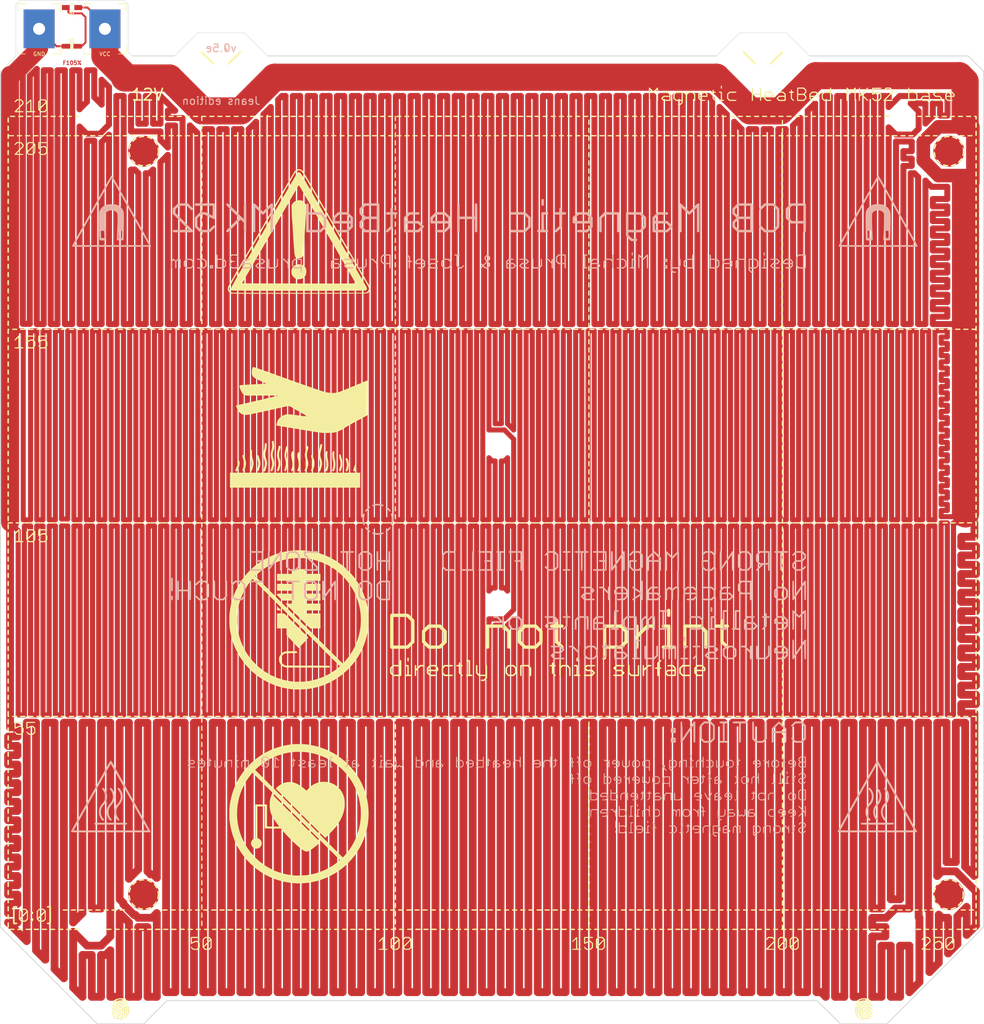
<source format=kicad_pcb>
(kicad_pcb (version 20170123) (host pcbnew "(2017-09-18 revision 3d1bebe9f)-master")
  (layers (0 F.Cu signal) (31 B.Cu signal hide) (34 B.Paste user hide) (35 F.Paste user hide) (36 B.SilkS user) (37 F.SilkS user) (38 B.Mask user hide) (39 F.Mask user hide) (44 Edge.Cuts user))
  (net 0 "")
  (net 1 "Net-(D1-Pad2)")
  (net 2 "Net-(D1-Pad1)")
  (module ok1hra:PRUSA-HB52Fvanilla12V (layer F.Cu) (at 127 -117.2)
    (fp_text reference G*** hide)
    (fp_text value LOGO hide)
  )
  (module ok1hra:PRUSA-HB52B (layer B.Cu) (at 127.6 -120.4 180)
    (fp_text reference G*** hide)
    (fp_text value LOGO hide)
  )
  (module Mounting_Holes:MountingHole_3.2mm_M3 (layer F.Cu) (at 128.5 -93.5)
    (fp_text reference REF** hide)
    (fp_text value MountingHole_3.2mm_M3)
    (pad "" np_thru_hole circle (at 0 0) (size 3.1 3.1) (drill 3.1) (layers *.Cu *.Mask))
  )
  (module Mounting_Holes:MountingHole_3.2mm_M3 (layer F.Cu) (at 128.5 -134.5)
    (fp_text reference REF** hide)
    (fp_text value MountingHole_3.2mm_M3)
    (pad "" np_thru_hole circle (at 0 0) (size 3.1 3.1) (drill 3.1) (layers *.Cu *.Mask))
  )
  (module Mounting_Holes:MountingHole_3.2mm_M3 (layer F.Cu) (at 197 -231)
    (fp_text reference REF** hide)
    (fp_text value MountingHole_3.2mm_M3)
    (pad "" np_thru_hole circle (at 0 0) (size 3 3) (drill 3) (layers *.Cu *.Mask))
  )
  (module Mounting_Holes:MountingHole_3.2mm_M3 (layer F.Cu) (at 57 -231)
    (fp_text reference REF** hide)
    (fp_text value MountingHole_3.2mm_M3)
    (pad "" np_thru_hole circle (at 0 0) (size 3 3) (drill 3) (layers *.Cu *.Mask))
  )
  (module ok1hra:PCB-Large-pad (layer F.Cu) (at 27 -242)
    (fp_text reference VCC (at 0 6.5) (layer F.SilkS))
    (fp_text value VCC)
    (pad 1 thru_hole rect (at 0 0) (size 8 10) (drill 3.1) (layers F.Cu F.Mask) (net 2 "Net-(D1-Pad1)"))
  )
  (module ok1hra:PCB-Large-pad (layer F.Cu) (at 10 -242)
    (fp_text reference GND (at 0 6.5) (layer F.SilkS))
    (fp_text value GND)
    (pad 1 thru_hole rect (at 0 0) (size 8 10) (drill 3.1) (layers F.Cu F.Mask) (net 2 "Net-(D1-Pad1)"))
  )
  (module Mounting_Holes:MountingHole_3.2mm_M3 (layer F.Cu) (at 18.5 -242)
    (fp_text reference REF** hide)
    (fp_text value MountingHole_3.2mm_M3)
    (pad "" np_thru_hole circle (at 0 0) (size 3.1 3.1) (drill 3.1) (layers *.Cu *.Mask))
  )
  (module Mounting_Holes:MountingHole_3.2mm_M3 (layer F.Cu) (at 233 -219)
    (fp_text reference REF** hide)
    (fp_text value MountingHole_3.2mm_M3)
    (pad "" np_thru_hole circle (at 0 0) (size 3.1 3.1) (drill 3.1) (layers *.Cu *.Mask))
  )
  (module Mounting_Holes:MountingHole_3.2mm_M3 (layer F.Cu) (at 24 -219)
    (fp_text reference REF** hide)
    (fp_text value MountingHole_3.2mm_M3)
    (pad "" np_thru_hole circle (at 0 0) (size 3.1 3.1) (drill 3.1) (layers *.Cu *.Mask))
  )
  (module Mounting_Holes:MountingHole_3.2mm_M3 (layer F.Cu) (at 233 -10)
    (fp_text reference REF** hide)
    (fp_text value MountingHole_3.2mm_M3)
    (pad "" np_thru_hole circle (at 0 0) (size 3.1 3.1) (drill 3.1) (layers *.Cu *.Mask))
  )
  (module Mounting_Holes:MountingHole_3.2mm_M3 (layer F.Cu) (at 24 -10)
    (fp_text reference REF** hide)
    (fp_text value MountingHole_3.2mm_M3)
    (pad "" np_thru_hole circle (at 0 0) (size 3.1 3.1) (drill 3.1) (layers *.Cu *.Mask))
  )
  (module LEDs:LED_0805 (layer F.Cu) (at 18.5 -237.5)
    (fp_text reference D1 (at 0 -1.5) (layer F.SilkS) (effects (font (size 0.8 0.8))))
    (fp_text value LED_ALT)
    (pad 1 smd rect (at -1.54902 0 180) (size 2.19888 1.19888) (layers F.Cu F.Paste F.Mask) (net 2 "Net-(D1-Pad1)"))
    (pad 2 smd rect (at 1.44902 0 180) (size 2.19888 1.19888) (layers F.Cu F.Paste F.Mask) (net 1 "Net-(D1-Pad2)"))
  )
  (module Resistors_SMD:R_0805 (layer F.Cu) (at 18.5 -247.5 180)
    (fp_text reference R1 (at 0 -1.75 180) (layer F.SilkS) (effects (font (size 0.8 0.8))))
    (fp_text value 1k)
    (pad 1 smd rect (at -1.6 0 180) (size 2 1.3) (layers F.Cu F.Paste F.Mask) (net 2 "Net-(D1-Pad1)"))
    (pad 2 smd rect (at 1.6 0 180) (size 2 1.3) (layers F.Cu F.Paste F.Mask) (net 1 "Net-(D1-Pad2)"))
  )
  (module ok1hra:label-8mm (layer F.Cu) (at 37 -210.4)
    (fp_text reference REF** hide)
    (fp_text value label-8mm hide)
    (pad 1 smd circle (at 0 0) (size 8 8) (layers F.Cu))
  )
  (module ok1hra:label-8mm (layer F.Cu) (at 245 -210.4)
    (fp_text reference REF** hide)
    (fp_text value label-8mm hide)
    (pad 1 smd circle (at 0 0) (size 8 8) (layers F.Cu))
  )
  (module ok1hra:label-8mm (layer F.Cu) (at 245 -18.4)
    (fp_text reference REF** hide)
    (fp_text value label-8mm hide)
    (pad 1 smd circle (at 0 0) (size 8 8) (layers F.Cu))
  )
  (module ok1hra:label-8mm (layer F.Cu) (at 37 -18.4)
    (fp_text reference REF** hide)
    (fp_text value label-8mm hide)
    (pad 1 smd circle (at 0 0) (size 8 8) (layers F.Cu))
  )
  (gr_text 12V (at 38 -225) (layer F.SilkS) (effects (font (size 3 3) (thickness 0.4))))
  (gr_line (start 254 -10) (end 254 -231) (layer Edge.Cuts) (width 0.2))
  (gr_line (start 217 15) (end 211 9) (layer Edge.Cuts) (width 0.2))
  (gr_line (start 37 15) (end 43 9) (layer Edge.Cuts) (width 0.2))
  (gr_line (start 43 9) (end 211 9) (layer Edge.Cuts) (width 0.2))
  (gr_line (start 250 -235) (end 254 -231) (layer Edge.Cuts) (width 0.2))
  (gr_line (start 229 15) (end 254 -10) (layer Edge.Cuts) (width 0.2))
  (gr_line (start 0 -10) (end 0 -231) (layer Edge.Cuts) (width 0.2))
  (gr_line (start 0 -10) (end 25 15) (layer Edge.Cuts) (width 0.2))
  (gr_text "Jeans edition" (at 57 -223.4) (layer B.SilkS) (effects (font (size 2 2) (thickness 0.3)) (justify mirror)))
  (gr_text F105% (at 18.55 -233.2) (layer F.Cu) (effects (font (size 1 1) (thickness 0.2))))
  (gr_line (start 58.5 -236.25) (end 58 -238) (layer B.SilkS) (width 0.3))
  (gr_line (start 37 15) (end 25 15) (layer Edge.Cuts) (width 0.2))
  (gr_line (start 229 15) (end 217 15) (layer Edge.Cuts) (width 0.2))
  (gr_line (start 0 -231) (end 4 -235) (layer Edge.Cuts) (width 0.1))
  (gr_line (start 34 -235) (end 45 -235) (layer Edge.Cuts) (width 0.2))
  (gr_line (start 185 -235) (end 69 -235) (layer Edge.Cuts) (width 0.2))
  (gr_line (start 209 -235) (end 250 -235) (layer Edge.Cuts) (width 0.2))
  (gr_line (start 55 -233) (end 52 -236) (layer F.SilkS) (width 0.5))
  (gr_line (start 62 -236) (end 59 -233) (layer F.SilkS) (width 0.5))
  (gr_line (start 195 -233) (end 192 -236) (layer F.SilkS) (width 0.5))
  (gr_line (start 202 -236) (end 199 -233) (layer F.SilkS) (width 0.5))
  (gr_line (start 191 -241) (end 203 -241) (layer Edge.Cuts) (width 0.1))
  (gr_line (start 191 -241) (end 185 -235) (layer Edge.Cuts) (width 0.1))
  (gr_line (start 203 -241) (end 209 -235) (layer Edge.Cuts) (width 0.1))
  (gr_line (start 63 -241) (end 69 -235) (layer Edge.Cuts) (width 0.1))
  (gr_line (start 51 -241) (end 45 -235) (layer Edge.Cuts) (width 0.1))
  (gr_line (start 51 -241) (end 63 -241) (layer Edge.Cuts) (width 0.1))
  (gr_text v0.5e (at 57 -237) (layer B.SilkS) (effects (font (size 2 2) (thickness 0.3)) (justify mirror)))
  (gr_line (start 33 -248.4) (end 33 -236) (layer Edge.Cuts) (width 0.1))
  (gr_line (start 4 -248.4) (end 5 -249.4) (layer Edge.Cuts) (width 0.1))
  (gr_line (start 5 -249.4) (end 32 -249.4) (layer Edge.Cuts) (width 0.1))
  (gr_line (start 32 -249.4) (end 33 -248.4) (layer Edge.Cuts) (width 0.1))
  (gr_line (start 33 -236) (end 34 -235) (layer Edge.Cuts) (width 0.1))
  (gr_line (start 4 -235) (end 4 -248.4) (layer Edge.Cuts) (width 0.1))
  (segment (start 21 -237.5) (end 19.54902 -237.5) (width 0.5) (layer F.Cu) (net 1))
  (segment (start 21 -237.5) (end 22 -238.5) (width 0.5) (layer F.Cu) (net 1))
  (segment (start 22 -238.5) (end 22 -245) (width 0.5) (layer F.Cu) (net 1))
  (segment (start 22 -245) (end 21 -246) (width 0.5) (layer F.Cu) (net 1))
  (segment (start 21 -246) (end 17.9 -246) (width 0.5) (layer F.Cu) (net 1))
  (segment (start 17.9 -246) (end 17.55 -246.35) (width 0.5) (layer F.Cu) (net 1))
  (segment (start 17.55 -246.35) (end 17.55 -247.5) (width 0.5) (layer F.Cu) (net 1))
  (segment (start 5.3 -232.2) (end 10 -236.9) (width 4.646) (layer F.Cu) (net 2))
  (segment (start 32.1 -229.9) (end 27 -235) (width 7) (layer F.Cu) (net 2))
  (segment (start 27 -235) (end 27 -242) (width 7) (layer F.Cu) (net 2))
  (segment (start 7.8 -113.6) (end 7.8 -64.8) (width 1.3248) (layer F.Cu) (net 2))
  (segment (start 84.6 -113.6) (end 84.6 -64.8) (width 1.3248) (layer F.Cu) (net 2))
  (segment (start 3.5 -113.5) (end 4.6 -112.4) (width 1.3248) (layer F.Cu) (net 2))
  (segment (start 180.6 -113.6) (end 180.6 -64.8) (width 1.3248) (layer F.Cu) (net 2))
  (segment (start 148.6 -113.6) (end 148.6 -64.8) (width 1.3248) (layer F.Cu) (net 2))
  (segment (start 36.6 -64.8) (end 38.2 -64.8) (width 1.3248) (layer F.Cu) (net 2))
  (segment (start 123 -64.8) (end 124.6 -64.8) (width 1.3248) (layer F.Cu) (net 2))
  (segment (start 137.4 -64.8) (end 137.4 -113.6) (width 1.3248) (layer F.Cu) (net 2))
  (segment (start 14.2 -64.8) (end 15.8 -64.8) (width 1.3248) (layer F.Cu) (net 2))
  (segment (start 196.6 -113.6) (end 196.6 -64.8) (width 1.3248) (layer F.Cu) (net 2))
  (segment (start 127.8 -88) (end 129.4 -88) (width 1.3248) (layer F.Cu) (net 2))
  (segment (start 60.6 -64.8) (end 60.6 -113.6) (width 1.3248) (layer F.Cu) (net 2))
  (segment (start 9.4 -64.8) (end 9.4 -113.6) (width 1.3248) (layer F.Cu) (net 2))
  (segment (start 68.6 -64.8) (end 70.2 -64.8) (width 1.3248) (layer F.Cu) (net 2))
  (segment (start 132.6 -92) (end 130.2 -89.6) (width 1.3248) (layer F.Cu) (net 2))
  (segment (start 159.8 -113.6) (end 161.4 -113.6) (width 1.3248) (layer F.Cu) (net 2))
  (segment (start 33.4 -113.6) (end 33.4 -64.8) (width 1.3248) (layer F.Cu) (net 2))
  (segment (start 71.8 -113.6) (end 71.8 -64.8) (width 1.3248) (layer F.Cu) (net 2))
  (segment (start 204.6 -64.8) (end 204.6 -113.6) (width 1.3248) (layer F.Cu) (net 2))
  (segment (start 127.8 -64.8) (end 127.8 -88) (width 1.3248) (layer F.Cu) (net 2))
  (segment (start 4.6 -112.4) (end 4.6 -64.8) (width 1.3248) (layer F.Cu) (net 2))
  (segment (start 198.2 -64.8) (end 198.2 -113.6) (width 1.3248) (layer F.Cu) (net 2))
  (segment (start 153.4 -64.8) (end 153.4 -113.6) (width 1.3248) (layer F.Cu) (net 2))
  (segment (start 27 -113.6) (end 27 -64.8) (width 1.3248) (layer F.Cu) (net 2))
  (segment (start 182.2 -113.6) (end 183.8 -113.6) (width 1.3248) (layer F.Cu) (net 2))
  (segment (start 79.8 -64.8) (end 79.8 -113.6) (width 1.3248) (layer F.Cu) (net 2))
  (segment (start 187 -113.6) (end 187 -64.8) (width 1.3248) (layer F.Cu) (net 2))
  (segment (start 4.6 -64.8) (end 6.2 -64.8) (width 1.3248) (layer F.Cu) (net 2))
  (segment (start 83 -64.8) (end 83 -113.6) (width 1.3248) (layer F.Cu) (net 2))
  (segment (start 163 -113.6) (end 164.6 -113.6) (width 1.3248) (layer F.Cu) (net 2))
  (segment (start 25.4 -113.6) (end 27 -113.6) (width 1.3248) (layer F.Cu) (net 2))
  (segment (start 219 -64.8) (end 220.6 -64.8) (width 1.3248) (layer F.Cu) (net 2))
  (segment (start 23.8 -64.8) (end 25.4 -64.8) (width 1.3248) (layer F.Cu) (net 2))
  (segment (start 11 -64.8) (end 12.6 -64.8) (width 1.3248) (layer F.Cu) (net 2))
  (segment (start 11 -113.6) (end 11 -64.8) (width 1.3248) (layer F.Cu) (net 2))
  (segment (start 119.8 -64.8) (end 121.4 -64.8) (width 1.3248) (layer F.Cu) (net 2))
  (segment (start 6.2 -64.8) (end 6.2 -113.6) (width 1.3248) (layer F.Cu) (net 2))
  (segment (start 174.2 -113.6) (end 174.2 -64.8) (width 1.3248) (layer F.Cu) (net 2))
  (segment (start 172.6 -64.8) (end 172.6 -113.6) (width 1.3248) (layer F.Cu) (net 2))
  (segment (start 36.6 -113.6) (end 36.6 -64.8) (width 1.3248) (layer F.Cu) (net 2))
  (segment (start 23.8 -113.6) (end 23.8 -64.8) (width 1.3248) (layer F.Cu) (net 2))
  (segment (start 6.2 -113.6) (end 7.8 -113.6) (width 1.3248) (layer F.Cu) (net 2))
  (segment (start 79.8 -113.6) (end 81.4 -113.6) (width 1.3248) (layer F.Cu) (net 2))
  (segment (start 19 -64.8) (end 19 -113.6) (width 1.3248) (layer F.Cu) (net 2))
  (segment (start 201.4 -113.6) (end 203 -113.6) (width 1.3248) (layer F.Cu) (net 2))
  (segment (start 35 -64.8) (end 35 -113.6) (width 1.3248) (layer F.Cu) (net 2))
  (segment (start 31.8 -113.6) (end 33.4 -113.6) (width 1.3248) (layer F.Cu) (net 2))
  (segment (start 65.4 -64.8) (end 67 -64.8) (width 1.3248) (layer F.Cu) (net 2))
  (segment (start 12.6 -113.6) (end 14.2 -113.6) (width 1.3248) (layer F.Cu) (net 2))
  (segment (start 7.8 -64.8) (end 9.4 -64.8) (width 1.3248) (layer F.Cu) (net 2))
  (segment (start 9.4 -113.6) (end 11 -113.6) (width 1.3248) (layer F.Cu) (net 2))
  (segment (start 51 -113.6) (end 52.6 -113.6) (width 1.3248) (layer F.Cu) (net 2))
  (segment (start 166.2 -64.8) (end 166.2 -113.6) (width 1.3248) (layer F.Cu) (net 2))
  (segment (start 12.6 -64.8) (end 12.6 -113.6) (width 1.3248) (layer F.Cu) (net 2))
  (segment (start 19 -113.6) (end 20.6 -113.6) (width 1.3248) (layer F.Cu) (net 2))
  (segment (start 51 -64.8) (end 51 -113.6) (width 1.3248) (layer F.Cu) (net 2))
  (segment (start 15.8 -64.8) (end 15.8 -113.6) (width 1.3248) (layer F.Cu) (net 2))
  (segment (start 76.6 -113.6) (end 78.2 -113.6) (width 1.3248) (layer F.Cu) (net 2))
  (segment (start 116.6 -64.8) (end 118.2 -64.8) (width 1.3248) (layer F.Cu) (net 2))
  (segment (start 14.2 -113.6) (end 14.2 -64.8) (width 1.3248) (layer F.Cu) (net 2))
  (segment (start 188.6 -64.8) (end 188.6 -113.6) (width 1.3248) (layer F.Cu) (net 2))
  (segment (start 15.8 -113.6) (end 17.4 -113.6) (width 1.3248) (layer F.Cu) (net 2))
  (segment (start 235 -113.6) (end 235 -64.8) (width 1.3248) (layer F.Cu) (net 2))
  (segment (start 111.8 -64.8) (end 111.8 -113.6) (width 1.3248) (layer F.Cu) (net 2))
  (segment (start 41.4 -64.8) (end 41.4 -113.6) (width 1.3248) (layer F.Cu) (net 2))
  (segment (start 73.4 -113.6) (end 75 -113.6) (width 1.3248) (layer F.Cu) (net 2))
  (segment (start 27 -64.8) (end 28.6 -64.8) (width 1.3248) (layer F.Cu) (net 2))
  (segment (start 163 -64.8) (end 163 -113.6) (width 1.3248) (layer F.Cu) (net 2))
  (segment (start 99 -64.8) (end 99 -113.6) (width 1.3248) (layer F.Cu) (net 2))
  (segment (start 17.4 -113.6) (end 17.4 -64.8) (width 1.3248) (layer F.Cu) (net 2))
  (segment (start 62.2 -64.8) (end 63.8 -64.8) (width 1.3248) (layer F.Cu) (net 2))
  (segment (start 207.8 -113.6) (end 209.4 -113.6) (width 1.3248) (layer F.Cu) (net 2))
  (segment (start 110.2 -64.8) (end 111.8 -64.8) (width 1.3248) (layer F.Cu) (net 2))
  (segment (start 17.4 -64.8) (end 19 -64.8) (width 1.3248) (layer F.Cu) (net 2))
  (segment (start 217.4 -64.8) (end 217.4 -113.6) (width 1.3248) (layer F.Cu) (net 2))
  (segment (start 86.2 -64.8) (end 86.2 -113.6) (width 1.3248) (layer F.Cu) (net 2))
  (segment (start 31.8 -64.8) (end 31.8 -113.6) (width 1.3248) (layer F.Cu) (net 2))
  (segment (start 20.6 -113.6) (end 20.6 -64.8) (width 1.3248) (layer F.Cu) (net 2))
  (segment (start 119.8 -113.6) (end 119.8 -64.8) (width 1.3248) (layer F.Cu) (net 2))
  (segment (start 78.2 -113.6) (end 78.2 -64.8) (width 1.3248) (layer F.Cu) (net 2))
  (segment (start 67 -64.8) (end 67 -113.6) (width 1.3248) (layer F.Cu) (net 2))
  (segment (start 134.2 -64.8) (end 134.2 -113.6) (width 1.3248) (layer F.Cu) (net 2))
  (segment (start 94.2 -64.8) (end 95.8 -64.8) (width 1.3248) (layer F.Cu) (net 2))
  (segment (start 118.2 -113.6) (end 119.8 -113.6) (width 1.3248) (layer F.Cu) (net 2))
  (segment (start 22.2 -64.8) (end 22.2 -113.6) (width 1.3248) (layer F.Cu) (net 2))
  (segment (start 103.8 -64.8) (end 105.4 -64.8) (width 1.3248) (layer F.Cu) (net 2))
  (segment (start 52.6 -113.6) (end 52.6 -64.8) (width 1.3248) (layer F.Cu) (net 2))
  (segment (start 195 -64.8) (end 195 -113.6) (width 1.3248) (layer F.Cu) (net 2))
  (segment (start 167.8 -113.6) (end 167.8 -64.8) (width 1.3248) (layer F.Cu) (net 2))
  (segment (start 20.6 -64.8) (end 22.2 -64.8) (width 1.3248) (layer F.Cu) (net 2))
  (segment (start 127.8 -113.6) (end 129.4 -113.6) (width 1.3248) (layer F.Cu) (net 2))
  (segment (start 46.2 -64.8) (end 47.8 -64.8) (width 1.3248) (layer F.Cu) (net 2))
  (segment (start 22.2 -113.6) (end 23.8 -113.6) (width 1.3248) (layer F.Cu) (net 2))
  (segment (start 129.4 -97.6) (end 130.2 -97.6) (width 1.3248) (layer F.Cu) (net 2))
  (segment (start 126.2 -96.8) (end 127 -97.6) (width 1.3248) (layer F.Cu) (net 2))
  (segment (start 25.4 -64.8) (end 25.4 -113.6) (width 1.3248) (layer F.Cu) (net 2))
  (segment (start 55.8 -113.6) (end 55.8 -64.8) (width 1.3248) (layer F.Cu) (net 2))
  (segment (start 49.4 -64.8) (end 51 -64.8) (width 1.3248) (layer F.Cu) (net 2))
  (segment (start 70.2 -113.6) (end 71.8 -113.6) (width 1.3248) (layer F.Cu) (net 2))
  (segment (start 95.8 -64.8) (end 95.8 -113.6) (width 1.3248) (layer F.Cu) (net 2))
  (segment (start 28.6 -64.8) (end 28.6 -113.6) (width 1.3248) (layer F.Cu) (net 2))
  (segment (start 236.6 -64.8) (end 236.6 -113.6) (width 1.3248) (layer F.Cu) (net 2))
  (segment (start 116.6 -113.6) (end 116.6 -64.8) (width 1.3248) (layer F.Cu) (net 2))
  (segment (start 151.8 -64.8) (end 153.4 -64.8) (width 1.3248) (layer F.Cu) (net 2))
  (segment (start 145.4 -113.6) (end 145.4 -64.8) (width 1.3248) (layer F.Cu) (net 2))
  (segment (start 38.2 -113.6) (end 39.8 -113.6) (width 1.3248) (layer F.Cu) (net 2))
  (segment (start 81.4 -113.6) (end 81.4 -64.8) (width 1.3248) (layer F.Cu) (net 2))
  (segment (start 113.4 -64.8) (end 115 -64.8) (width 1.3248) (layer F.Cu) (net 2))
  (segment (start 28.6 -113.6) (end 30.2 -113.6) (width 1.3248) (layer F.Cu) (net 2))
  (segment (start 102.2 -113.6) (end 103.8 -113.6) (width 1.3248) (layer F.Cu) (net 2))
  (segment (start 30.2 -113.6) (end 30.2 -64.8) (width 1.3248) (layer F.Cu) (net 2))
  (segment (start 132.6 -89.6) (end 132.6 -64.8) (width 1.3248) (layer F.Cu) (net 2))
  (segment (start 43 -113.6) (end 43 -64.8) (width 1.3248) (layer F.Cu) (net 2))
  (segment (start 239.8 -64.8) (end 239.8 -113.6) (width 1.3248) (layer F.Cu) (net 2))
  (segment (start 105.4 -64.8) (end 105.4 -113.6) (width 1.3248) (layer F.Cu) (net 2))
  (segment (start 110.2 -113.6) (end 110.2 -64.8) (width 1.3248) (layer F.Cu) (net 2))
  (segment (start 30.2 -64.8) (end 31.8 -64.8) (width 1.3248) (layer F.Cu) (net 2))
  (segment (start 33.4 -64.8) (end 35 -64.8) (width 1.3248) (layer F.Cu) (net 2))
  (segment (start 124.6 -64.8) (end 124.6 -113.6) (width 1.3248) (layer F.Cu) (net 2))
  (segment (start 147 -64.8) (end 147 -113.6) (width 1.3248) (layer F.Cu) (net 2))
  (segment (start 130.2 -89.6) (end 126.2 -89.6) (width 1.3248) (layer F.Cu) (net 2))
  (segment (start 97.4 -64.8) (end 99 -64.8) (width 1.3248) (layer F.Cu) (net 2))
  (segment (start 206.2 -64.8) (end 207.8 -64.8) (width 1.3248) (layer F.Cu) (net 2))
  (segment (start 153.4 -113.6) (end 155 -113.6) (width 1.3248) (layer F.Cu) (net 2))
  (segment (start 35 -113.6) (end 36.6 -113.6) (width 1.3248) (layer F.Cu) (net 2))
  (segment (start 209.4 -113.6) (end 209.4 -64.8) (width 1.3248) (layer F.Cu) (net 2))
  (segment (start 108.6 -64.8) (end 108.6 -113.6) (width 1.3248) (layer F.Cu) (net 2))
  (segment (start 57.4 -64.8) (end 57.4 -113.6) (width 1.3248) (layer F.Cu) (net 2))
  (segment (start 239.8 -113.6) (end 241.4 -113.6) (width 1.3248) (layer F.Cu) (net 2))
  (segment (start 59 -64.8) (end 60.6 -64.8) (width 1.3248) (layer F.Cu) (net 2))
  (segment (start 47.8 -64.8) (end 47.8 -113.6) (width 1.3248) (layer F.Cu) (net 2))
  (segment (start 126.2 -64.8) (end 127.8 -64.8) (width 1.3248) (layer F.Cu) (net 2))
  (segment (start 47.8 -113.6) (end 49.4 -113.6) (width 1.3248) (layer F.Cu) (net 2))
  (segment (start 107 -64.8) (end 108.6 -64.8) (width 1.3248) (layer F.Cu) (net 2))
  (segment (start 38.2 -64.8) (end 38.2 -113.6) (width 1.3248) (layer F.Cu) (net 2))
  (segment (start 39.8 -113.6) (end 39.8 -64.8) (width 1.3248) (layer F.Cu) (net 2))
  (segment (start 46.2 -113.6) (end 46.2 -64.8) (width 1.3248) (layer F.Cu) (net 2))
  (segment (start 244.6 -114.4) (end 244.6 -64.8) (width 1.3248) (layer F.Cu) (net 2))
  (segment (start 43 -64.8) (end 44.6 -64.8) (width 1.3248) (layer F.Cu) (net 2))
  (segment (start 166.2 -113.6) (end 167.8 -113.6) (width 1.3248) (layer F.Cu) (net 2))
  (segment (start 44.6 -113.6) (end 46.2 -113.6) (width 1.3248) (layer F.Cu) (net 2))
  (segment (start 39.8 -64.8) (end 41.4 -64.8) (width 1.3248) (layer F.Cu) (net 2))
  (segment (start 41.4 -113.6) (end 43 -113.6) (width 1.3248) (layer F.Cu) (net 2))
  (segment (start 44.6 -64.8) (end 44.6 -113.6) (width 1.3248) (layer F.Cu) (net 2))
  (segment (start 180.6 -64.8) (end 182.2 -64.8) (width 1.3248) (layer F.Cu) (net 2))
  (segment (start 140.6 -113.6) (end 142.2 -113.6) (width 1.3248) (layer F.Cu) (net 2))
  (segment (start 220.6 -113.6) (end 222.2 -113.6) (width 1.3248) (layer F.Cu) (net 2))
  (segment (start 49.4 -113.6) (end 49.4 -64.8) (width 1.3248) (layer F.Cu) (net 2))
  (segment (start 129.4 -64.8) (end 131 -64.8) (width 1.3248) (layer F.Cu) (net 2))
  (segment (start 57.4 -113.6) (end 59 -113.6) (width 1.3248) (layer F.Cu) (net 2))
  (segment (start 135.8 -113.6) (end 135.8 -64.8) (width 1.3248) (layer F.Cu) (net 2))
  (segment (start 52.6 -64.8) (end 54.2 -64.8) (width 1.3248) (layer F.Cu) (net 2))
  (segment (start 171 -64.8) (end 172.6 -64.8) (width 1.3248) (layer F.Cu) (net 2))
  (segment (start 54.2 -64.8) (end 54.2 -113.6) (width 1.3248) (layer F.Cu) (net 2))
  (segment (start 130.2 -97.6) (end 131 -96.8) (width 1.3248) (layer F.Cu) (net 2))
  (segment (start 54.2 -113.6) (end 55.8 -113.6) (width 1.3248) (layer F.Cu) (net 2))
  (segment (start 55.8 -64.8) (end 57.4 -64.8) (width 1.3248) (layer F.Cu) (net 2))
  (segment (start 100.6 -64.8) (end 102.2 -64.8) (width 1.3248) (layer F.Cu) (net 2))
  (segment (start 59 -113.6) (end 59 -64.8) (width 1.3248) (layer F.Cu) (net 2))
  (segment (start 60.6 -113.6) (end 62.2 -113.6) (width 1.3248) (layer F.Cu) (net 2))
  (segment (start 86.2 -113.6) (end 87.8 -113.6) (width 1.3248) (layer F.Cu) (net 2))
  (segment (start 62.2 -113.6) (end 62.2 -64.8) (width 1.3248) (layer F.Cu) (net 2))
  (segment (start 175.8 -113.6) (end 177.4 -113.6) (width 1.3248) (layer F.Cu) (net 2))
  (segment (start 63.8 -64.8) (end 63.8 -113.6) (width 1.3248) (layer F.Cu) (net 2))
  (segment (start 115 -113.6) (end 116.6 -113.6) (width 1.3248) (layer F.Cu) (net 2))
  (segment (start 177.4 -113.6) (end 177.4 -64.8) (width 1.3248) (layer F.Cu) (net 2))
  (segment (start 63.8 -113.6) (end 65.4 -113.6) (width 1.3248) (layer F.Cu) (net 2))
  (segment (start 68.6 -113.6) (end 68.6 -64.8) (width 1.3248) (layer F.Cu) (net 2))
  (segment (start 65.4 -113.6) (end 65.4 -64.8) (width 1.3248) (layer F.Cu) (net 2))
  (segment (start 148.6 -64.8) (end 150.2 -64.8) (width 1.3248) (layer F.Cu) (net 2))
  (segment (start 126.2 -89.6) (end 126.2 -64.8) (width 1.3248) (layer F.Cu) (net 2))
  (segment (start 76.6 -64.8) (end 76.6 -113.6) (width 1.3248) (layer F.Cu) (net 2))
  (segment (start 67 -113.6) (end 68.6 -113.6) (width 1.3248) (layer F.Cu) (net 2))
  (segment (start 81.4 -64.8) (end 83 -64.8) (width 1.3248) (layer F.Cu) (net 2))
  (segment (start 127 -97.6) (end 127.8 -97.6) (width 1.3248) (layer F.Cu) (net 2))
  (segment (start 147 -113.6) (end 148.6 -113.6) (width 1.3248) (layer F.Cu) (net 2))
  (segment (start 70.2 -64.8) (end 70.2 -113.6) (width 1.3248) (layer F.Cu) (net 2))
  (segment (start 71.8 -64.8) (end 73.4 -64.8) (width 1.3248) (layer F.Cu) (net 2))
  (segment (start 121.4 -64.8) (end 121.4 -113.6) (width 1.3248) (layer F.Cu) (net 2))
  (segment (start 73.4 -64.8) (end 73.4 -113.6) (width 1.3248) (layer F.Cu) (net 2))
  (segment (start 91 -113.6) (end 91 -64.8) (width 1.3248) (layer F.Cu) (net 2))
  (segment (start 75 -113.6) (end 75 -64.8) (width 1.3248) (layer F.Cu) (net 2))
  (segment (start 95.8 -113.6) (end 97.4 -113.6) (width 1.3248) (layer F.Cu) (net 2))
  (segment (start 211 -64.8) (end 211 -113.6) (width 1.3248) (layer F.Cu) (net 2))
  (segment (start 174.2 -64.8) (end 175.8 -64.8) (width 1.3248) (layer F.Cu) (net 2))
  (segment (start 75 -64.8) (end 76.6 -64.8) (width 1.3248) (layer F.Cu) (net 2))
  (segment (start 99 -113.6) (end 100.6 -113.6) (width 1.3248) (layer F.Cu) (net 2))
  (segment (start 78.2 -64.8) (end 79.8 -64.8) (width 1.3248) (layer F.Cu) (net 2))
  (segment (start 83 -113.6) (end 84.6 -113.6) (width 1.3248) (layer F.Cu) (net 2))
  (segment (start 87.8 -113.6) (end 87.8 -64.8) (width 1.3248) (layer F.Cu) (net 2))
  (segment (start 121.4 -113.6) (end 123 -113.6) (width 1.3248) (layer F.Cu) (net 2))
  (segment (start 103.8 -113.6) (end 103.8 -64.8) (width 1.3248) (layer F.Cu) (net 2))
  (segment (start 231.8 -113.6) (end 231.8 -64.8) (width 1.3248) (layer F.Cu) (net 2))
  (segment (start 84.6 -64.8) (end 86.2 -64.8) (width 1.3248) (layer F.Cu) (net 2))
  (segment (start 102.2 -64.8) (end 102.2 -113.6) (width 1.3248) (layer F.Cu) (net 2))
  (segment (start 87.8 -64.8) (end 89.4 -64.8) (width 1.3248) (layer F.Cu) (net 2))
  (segment (start 89.4 -64.8) (end 89.4 -113.6) (width 1.3248) (layer F.Cu) (net 2))
  (segment (start 89.4 -113.6) (end 91 -113.6) (width 1.3248) (layer F.Cu) (net 2))
  (segment (start 91 -64.8) (end 92.6 -64.8) (width 1.3248) (layer F.Cu) (net 2))
  (segment (start 92.6 -64.8) (end 92.6 -113.6) (width 1.3248) (layer F.Cu) (net 2))
  (segment (start 156.6 -113.6) (end 158.2 -113.6) (width 1.3248) (layer F.Cu) (net 2))
  (segment (start 92.6 -113.6) (end 94.2 -113.6) (width 1.3248) (layer F.Cu) (net 2))
  (segment (start 94.2 -113.6) (end 94.2 -64.8) (width 1.3248) (layer F.Cu) (net 2))
  (segment (start 97.4 -113.6) (end 97.4 -64.8) (width 1.3248) (layer F.Cu) (net 2))
  (segment (start 131 -88) (end 132.6 -89.6) (width 1.3248) (layer F.Cu) (net 2))
  (segment (start 100.6 -113.6) (end 100.6 -64.8) (width 1.3248) (layer F.Cu) (net 2))
  (segment (start 167.8 -64.8) (end 169.4 -64.8) (width 1.3248) (layer F.Cu) (net 2))
  (segment (start 183.8 -64.8) (end 185.4 -64.8) (width 1.3248) (layer F.Cu) (net 2))
  (segment (start 143.8 -64.8) (end 143.8 -113.6) (width 1.3248) (layer F.Cu) (net 2))
  (segment (start 105.4 -113.6) (end 107 -113.6) (width 1.3248) (layer F.Cu) (net 2))
  (segment (start 107 -113.6) (end 107 -64.8) (width 1.3248) (layer F.Cu) (net 2))
  (segment (start 108.6 -113.6) (end 110.2 -113.6) (width 1.3248) (layer F.Cu) (net 2))
  (segment (start 111.8 -113.6) (end 113.4 -113.6) (width 1.3248) (layer F.Cu) (net 2))
  (segment (start 132.6 -64.8) (end 134.2 -64.8) (width 1.3248) (layer F.Cu) (net 2))
  (segment (start 156.6 -64.8) (end 156.6 -113.6) (width 1.3248) (layer F.Cu) (net 2))
  (segment (start 113.4 -113.6) (end 113.4 -64.8) (width 1.3248) (layer F.Cu) (net 2))
  (segment (start 115 -64.8) (end 115 -113.6) (width 1.3248) (layer F.Cu) (net 2))
  (segment (start 222.2 -64.8) (end 223.8 -64.8) (width 1.3248) (layer F.Cu) (net 2))
  (segment (start 188.6 -113.6) (end 190.2 -113.6) (width 1.3248) (layer F.Cu) (net 2))
  (segment (start 118.2 -64.8) (end 118.2 -113.6) (width 1.3248) (layer F.Cu) (net 2))
  (segment (start 241.4 -113.6) (end 241.4 -64.8) (width 1.3248) (layer F.Cu) (net 2))
  (segment (start 123 -113.6) (end 123 -64.8) (width 1.3248) (layer F.Cu) (net 2))
  (segment (start 212.6 -64.8) (end 214.2 -64.8) (width 1.3248) (layer F.Cu) (net 2))
  (segment (start 124.6 -113.6) (end 126.2 -113.6) (width 1.3248) (layer F.Cu) (net 2))
  (segment (start 126.2 -113.6) (end 126.2 -96.8) (width 1.3248) (layer F.Cu) (net 2))
  (segment (start 127.8 -97.6) (end 127.8 -113.6) (width 1.3248) (layer F.Cu) (net 2))
  (segment (start 129.4 -113.6) (end 129.4 -97.6) (width 1.3248) (layer F.Cu) (net 2))
  (segment (start 131 -96.8) (end 131 -113.6) (width 1.3248) (layer F.Cu) (net 2))
  (segment (start 131 -113.6) (end 132.6 -113.6) (width 1.3248) (layer F.Cu) (net 2))
  (segment (start 132.6 -113.6) (end 132.6 -92) (width 1.3248) (layer F.Cu) (net 2))
  (segment (start 129.4 -88) (end 129.4 -64.8) (width 1.3248) (layer F.Cu) (net 2))
  (segment (start 169.4 -64.8) (end 169.4 -113.6) (width 1.3248) (layer F.Cu) (net 2))
  (segment (start 131 -64.8) (end 131 -88) (width 1.3248) (layer F.Cu) (net 2))
  (segment (start 134.2 -113.6) (end 135.8 -113.6) (width 1.3248) (layer F.Cu) (net 2))
  (segment (start 135.8 -64.8) (end 137.4 -64.8) (width 1.3248) (layer F.Cu) (net 2))
  (segment (start 169.4 -113.6) (end 171 -113.6) (width 1.3248) (layer F.Cu) (net 2))
  (segment (start 137.4 -113.6) (end 139 -113.6) (width 1.3248) (layer F.Cu) (net 2))
  (segment (start 158.2 -64.8) (end 159.8 -64.8) (width 1.3248) (layer F.Cu) (net 2))
  (segment (start 139 -113.6) (end 139 -64.8) (width 1.3248) (layer F.Cu) (net 2))
  (segment (start 139 -64.8) (end 140.6 -64.8) (width 1.3248) (layer F.Cu) (net 2))
  (segment (start 140.6 -64.8) (end 140.6 -113.6) (width 1.3248) (layer F.Cu) (net 2))
  (segment (start 142.2 -113.6) (end 142.2 -64.8) (width 1.3248) (layer F.Cu) (net 2))
  (segment (start 193.4 -64.8) (end 195 -64.8) (width 1.3248) (layer F.Cu) (net 2))
  (segment (start 142.2 -64.8) (end 143.8 -64.8) (width 1.3248) (layer F.Cu) (net 2))
  (segment (start 143.8 -113.6) (end 145.4 -113.6) (width 1.3248) (layer F.Cu) (net 2))
  (segment (start 145.4 -64.8) (end 147 -64.8) (width 1.3248) (layer F.Cu) (net 2))
  (segment (start 150.2 -64.8) (end 150.2 -113.6) (width 1.3248) (layer F.Cu) (net 2))
  (segment (start 187 -64.8) (end 188.6 -64.8) (width 1.3248) (layer F.Cu) (net 2))
  (segment (start 191.8 -64.8) (end 191.8 -113.6) (width 1.3248) (layer F.Cu) (net 2))
  (segment (start 150.2 -113.6) (end 151.8 -113.6) (width 1.3248) (layer F.Cu) (net 2))
  (segment (start 151.8 -113.6) (end 151.8 -64.8) (width 1.3248) (layer F.Cu) (net 2))
  (segment (start 155 -113.6) (end 155 -64.8) (width 1.3248) (layer F.Cu) (net 2))
  (segment (start 155 -64.8) (end 156.6 -64.8) (width 1.3248) (layer F.Cu) (net 2))
  (segment (start 158.2 -113.6) (end 158.2 -64.8) (width 1.3248) (layer F.Cu) (net 2))
  (segment (start 159.8 -64.8) (end 159.8 -113.6) (width 1.3248) (layer F.Cu) (net 2))
  (segment (start 161.4 -113.6) (end 161.4 -64.8) (width 1.3248) (layer F.Cu) (net 2))
  (segment (start 161.4 -64.8) (end 163 -64.8) (width 1.3248) (layer F.Cu) (net 2))
  (segment (start 164.6 -113.6) (end 164.6 -64.8) (width 1.3248) (layer F.Cu) (net 2))
  (segment (start 164.6 -64.8) (end 166.2 -64.8) (width 1.3248) (layer F.Cu) (net 2))
  (segment (start 171 -113.6) (end 171 -64.8) (width 1.3248) (layer F.Cu) (net 2))
  (segment (start 201.4 -64.8) (end 201.4 -113.6) (width 1.3248) (layer F.Cu) (net 2))
  (segment (start 172.6 -113.6) (end 174.2 -113.6) (width 1.3248) (layer F.Cu) (net 2))
  (segment (start 175.8 -64.8) (end 175.8 -113.6) (width 1.3248) (layer F.Cu) (net 2))
  (segment (start 177.4 -64.8) (end 179 -64.8) (width 1.3248) (layer F.Cu) (net 2))
  (segment (start 179 -64.8) (end 179 -113.6) (width 1.3248) (layer F.Cu) (net 2))
  (segment (start 179 -113.6) (end 180.6 -113.6) (width 1.3248) (layer F.Cu) (net 2))
  (segment (start 182.2 -64.8) (end 182.2 -113.6) (width 1.3248) (layer F.Cu) (net 2))
  (segment (start 183.8 -113.6) (end 183.8 -64.8) (width 1.3248) (layer F.Cu) (net 2))
  (segment (start 185.4 -64.8) (end 185.4 -113.6) (width 1.3248) (layer F.Cu) (net 2))
  (segment (start 212.6 -113.6) (end 212.6 -64.8) (width 1.3248) (layer F.Cu) (net 2))
  (segment (start 185.4 -113.6) (end 187 -113.6) (width 1.3248) (layer F.Cu) (net 2))
  (segment (start 190.2 -113.6) (end 190.2 -64.8) (width 1.3248) (layer F.Cu) (net 2))
  (segment (start 190.2 -64.8) (end 191.8 -64.8) (width 1.3248) (layer F.Cu) (net 2))
  (segment (start 236.6 -113.6) (end 238.2 -113.6) (width 1.3248) (layer F.Cu) (net 2))
  (segment (start 191.8 -113.6) (end 193.4 -113.6) (width 1.3248) (layer F.Cu) (net 2))
  (segment (start 193.4 -113.6) (end 193.4 -64.8) (width 1.3248) (layer F.Cu) (net 2))
  (segment (start 195 -113.6) (end 196.6 -113.6) (width 1.3248) (layer F.Cu) (net 2))
  (segment (start 196.6 -64.8) (end 198.2 -64.8) (width 1.3248) (layer F.Cu) (net 2))
  (segment (start 198.2 -113.6) (end 199.8 -113.6) (width 1.3248) (layer F.Cu) (net 2))
  (segment (start 199.8 -113.6) (end 199.8 -64.8) (width 1.3248) (layer F.Cu) (net 2))
  (segment (start 199.8 -64.8) (end 201.4 -64.8) (width 1.3248) (layer F.Cu) (net 2))
  (segment (start 203 -113.6) (end 203 -64.8) (width 1.3248) (layer F.Cu) (net 2))
  (segment (start 203 -64.8) (end 204.6 -64.8) (width 1.3248) (layer F.Cu) (net 2))
  (segment (start 204.6 -113.6) (end 206.2 -113.6) (width 1.3248) (layer F.Cu) (net 2))
  (segment (start 206.2 -113.6) (end 206.2 -64.8) (width 1.3248) (layer F.Cu) (net 2))
  (segment (start 207.8 -64.8) (end 207.8 -113.6) (width 1.3248) (layer F.Cu) (net 2))
  (segment (start 209.4 -64.8) (end 211 -64.8) (width 1.3248) (layer F.Cu) (net 2))
  (segment (start 217.4 -113.6) (end 219 -113.6) (width 1.3248) (layer F.Cu) (net 2))
  (segment (start 211 -113.6) (end 212.6 -113.6) (width 1.3248) (layer F.Cu) (net 2))
  (segment (start 214.2 -64.8) (end 214.2 -113.6) (width 1.3248) (layer F.Cu) (net 2))
  (segment (start 214.2 -113.6) (end 215.8 -113.6) (width 1.3248) (layer F.Cu) (net 2))
  (segment (start 215.8 -113.6) (end 215.8 -64.8) (width 1.3248) (layer F.Cu) (net 2))
  (segment (start 215.8 -64.8) (end 217.4 -64.8) (width 1.3248) (layer F.Cu) (net 2))
  (segment (start 219 -113.6) (end 219 -64.8) (width 1.3248) (layer F.Cu) (net 2))
  (segment (start 220.6 -64.8) (end 220.6 -113.6) (width 1.3248) (layer F.Cu) (net 2))
  (segment (start 222.2 -113.6) (end 222.2 -64.8) (width 1.3248) (layer F.Cu) (net 2))
  (segment (start 223.8 -64.8) (end 223.8 -113.6) (width 1.3248) (layer F.Cu) (net 2))
  (segment (start 223.8 -113.6) (end 225.4 -113.6) (width 1.3248) (layer F.Cu) (net 2))
  (segment (start 225.4 -113.6) (end 225.4 -64.8) (width 1.3248) (layer F.Cu) (net 2))
  (segment (start 225.4 -64.8) (end 227 -64.8) (width 1.3248) (layer F.Cu) (net 2))
  (segment (start 227 -64.8) (end 227 -113.6) (width 1.3248) (layer F.Cu) (net 2))
  (segment (start 227 -113.6) (end 228.6 -113.6) (width 1.3248) (layer F.Cu) (net 2))
  (segment (start 228.6 -113.6) (end 228.6 -64.8) (width 1.3248) (layer F.Cu) (net 2))
  (segment (start 228.6 -64.8) (end 230.2 -64.8) (width 1.3248) (layer F.Cu) (net 2))
  (segment (start 230.2 -64.8) (end 230.2 -113.6) (width 1.3248) (layer F.Cu) (net 2))
  (segment (start 230.2 -113.6) (end 231.8 -113.6) (width 1.3248) (layer F.Cu) (net 2))
  (segment (start 231.8 -64.8) (end 233.4 -64.8) (width 1.3248) (layer F.Cu) (net 2))
  (segment (start 233.4 -64.8) (end 233.4 -113.6) (width 1.3248) (layer F.Cu) (net 2))
  (segment (start 233.4 -113.6) (end 235 -113.6) (width 1.3248) (layer F.Cu) (net 2))
  (segment (start 235 -64.8) (end 236.6 -64.8) (width 1.3248) (layer F.Cu) (net 2))
  (segment (start 238.2 -113.6) (end 238.2 -64.8) (width 1.3248) (layer F.Cu) (net 2))
  (segment (start 238.2 -64.8) (end 239.8 -64.8) (width 1.3248) (layer F.Cu) (net 2))
  (segment (start 241.4 -64.8) (end 243 -64.8) (width 1.3248) (layer F.Cu) (net 2))
  (segment (start 243 -64.8) (end 243 -114.4) (width 1.3248) (layer F.Cu) (net 2))
  (segment (start 243 -114.4) (end 244.6 -114.4) (width 1.3248) (layer F.Cu) (net 2))
  (segment (start 244.6 -64.8) (end 246.2 -64.8) (width 1.3248) (layer F.Cu) (net 2))
  (segment (start 246.2 -64.8) (end 246.2 -114.2) (width 1.3248) (layer F.Cu) (net 2))
  (segment (start 246.2 -114.2) (end 246.1 -114.3) (width 1.3248) (layer F.Cu) (net 2))
  (segment (start 4.4 -47.2) (end 4.4 -44.8) (width 2.0226) (layer F.Cu) (net 2))
  (segment (start 50 -62.8) (end 52.4 -62.8) (width 2.0226) (layer F.Cu) (net 2))
  (segment (start 4.4 -59.2) (end 2 -59.2) (width 2.0226) (layer F.Cu) (net 2))
  (segment (start 2.5 -114.5) (end 2.5 -61.6) (width 2.0226) (layer F.Cu) (net 2))
  (segment (start 30.8 -62.8) (end 33.2 -62.8) (width 2.0226) (layer F.Cu) (net 2))
  (segment (start 81.2 -62.8) (end 81.2 6.8) (width 2.0226) (layer F.Cu) (net 2))
  (segment (start 2.5 -61.6) (end 4.4 -61.6) (width 2.0226) (layer F.Cu) (net 2))
  (segment (start 33.2 -62.8) (end 33.2 -22.5) (width 2.0226) (layer F.Cu) (net 2))
  (segment (start 4.4 -56.8) (end 4.4 -54.4) (width 2.0226) (layer F.Cu) (net 2))
  (segment (start 102.8 -62.8) (end 105.2 -62.8) (width 2.0226) (layer F.Cu) (net 2))
  (segment (start 31.765849 -16.234151) (end 30.8 -17.2) (width 2.0226) (layer F.Cu) (net 2))
  (segment (start 179.6 6.8) (end 179.6 -62.8) (width 2.0226) (layer F.Cu) (net 2))
  (segment (start 21.2 -62.8) (end 23.6 -62.8) (width 2.0226) (layer F.Cu) (net 2))
  (segment (start 134 -62.8) (end 134 6.8) (width 2.0226) (layer F.Cu) (net 2))
  (segment (start 153.2 6.8) (end 155.6 6.8) (width 2.0226) (layer F.Cu) (net 2))
  (segment (start 4.4 -25.6) (end 2 -25.6) (width 2.0226) (layer F.Cu) (net 2))
  (segment (start 34.487607 -13.165849) (end 31.765849 -15.887607) (width 2.0226) (layer F.Cu) (net 2))
  (segment (start 240 1.6) (end 242.4 -0.8) (width 2.0226) (layer F.Cu) (net 2))
  (segment (start 210.8 6.8) (end 212 6.8) (width 2.0226) (layer F.Cu) (net 2))
  (segment (start 112.4 -62.8) (end 114.8 -62.8) (width 2.0226) (layer F.Cu) (net 2))
  (segment (start 213.2 -62.8) (end 215.6 -62.8) (width 2.0226) (layer F.Cu) (net 2))
  (segment (start 162.8 6.8) (end 165.2 6.8) (width 2.0226) (layer F.Cu) (net 2))
  (segment (start 4.4 -54.4) (end 2 -54.4) (width 2.0226) (layer F.Cu) (net 2))
  (segment (start 232.4 -62.8) (end 234.8 -62.8) (width 2.0226) (layer F.Cu) (net 2))
  (segment (start 2 -35.2) (end 2 -32.8) (width 2.0226) (layer F.Cu) (net 2))
  (segment (start 213.2 8) (end 213.2 -62.8) (width 2.0226) (layer F.Cu) (net 2))
  (segment (start 2 -37.6) (end 4.4 -37.6) (width 2.0226) (layer F.Cu) (net 2))
  (segment (start 2 -59.2) (end 2 -56.8) (width 2.0226) (layer F.Cu) (net 2))
  (segment (start 100.4 6.8) (end 102.8 6.8) (width 2.0226) (layer F.Cu) (net 2))
  (segment (start 4.4 -61.6) (end 4.4 -59.2) (width 2.0226) (layer F.Cu) (net 2))
  (segment (start 39.2 -12.4) (end 35.6 -12.4) (width 2.0226) (layer F.Cu) (net 2))
  (segment (start 160.4 -62.8) (end 162.8 -62.8) (width 2.0226) (layer F.Cu) (net 2))
  (segment (start 33.2 8) (end 35.6 8) (width 2.0226) (layer F.Cu) (net 2))
  (segment (start 100.4 -62.8) (end 100.4 6.8) (width 2.0226) (layer F.Cu) (net 2))
  (segment (start 2 -54.4) (end 2 -52) (width 2.0226) (layer F.Cu) (net 2))
  (segment (start 248.2 -67.6) (end 252 -67.6) (width 2.0226) (layer F.Cu) (net 2))
  (segment (start 4.4 -11.2) (end 2 -11.2) (width 2.0226) (layer F.Cu) (net 2))
  (segment (start 4.4 -52) (end 4.4 -49.6) (width 2.0226) (layer F.Cu) (net 2))
  (segment (start 98 6.8) (end 98 -62.8) (width 2.0226) (layer F.Cu) (net 2))
  (segment (start 2 -40) (end 2 -37.6) (width 2.0226) (layer F.Cu) (net 2))
  (segment (start 206 6.8) (end 208.4 6.8) (width 2.0226) (layer F.Cu) (net 2))
  (segment (start 102.8 6.8) (end 102.8 -62.8) (width 2.0226) (layer F.Cu) (net 2))
  (segment (start 2 -47.2) (end 4.4 -47.2) (width 2.0226) (layer F.Cu) (net 2))
  (segment (start 4.4 -13.6) (end 4.4 -11.2) (width 2.0226) (layer F.Cu) (net 2))
  (segment (start 2 -56.8) (end 4.4 -56.8) (width 2.0226) (layer F.Cu) (net 2))
  (segment (start 2 -30.4) (end 2 -28) (width 2.0226) (layer F.Cu) (net 2))
  (segment (start 26 -2.8) (end 27.2 -2.8) (width 2.0226) (layer F.Cu) (net 2))
  (segment (start 230 -17.2) (end 232.4 -17.2) (width 2.0226) (layer F.Cu) (net 2))
  (segment (start 225.2 -12.4) (end 225.2 -10) (width 2.0226) (layer F.Cu) (net 2))
  (segment (start 2 -52) (end 4.4 -52) (width 2.0226) (layer F.Cu) (net 2))
  (segment (start 4.4 -49.6) (end 2 -49.6) (width 2.0226) (layer F.Cu) (net 2))
  (segment (start 138.8 6.8) (end 141.2 6.8) (width 2.0226) (layer F.Cu) (net 2))
  (segment (start 239.6 -14.6) (end 240 -14.2) (width 2.0226) (layer F.Cu) (net 2))
  (segment (start 134 6.8) (end 136.4 6.8) (width 2.0226) (layer F.Cu) (net 2))
  (segment (start 90.8 -62.8) (end 90.8 6.8) (width 2.0226) (layer F.Cu) (net 2))
  (segment (start 2 -42.4) (end 4.4 -42.4) (width 2.0226) (layer F.Cu) (net 2))
  (segment (start 30.8 8) (end 30.8 -13.6) (width 2.0226) (layer F.Cu) (net 2))
  (segment (start 2 -11.2) (end 6.8 -6.4) (width 2.0226) (layer F.Cu) (net 2))
  (segment (start 2 -49.6) (end 2 -47.2) (width 2.0226) (layer F.Cu) (net 2))
  (segment (start 242.4 -0.8) (end 242.4 -13.2) (width 2.0226) (layer F.Cu) (net 2))
  (segment (start 4.4 -18.4) (end 4.4 -16) (width 2.0226) (layer F.Cu) (net 2))
  (segment (start 4.4 -42.4) (end 4.4 -40) (width 2.0226) (layer F.Cu) (net 2))
  (segment (start 136.4 6.8) (end 136.4 -62.8) (width 2.0226) (layer F.Cu) (net 2))
  (segment (start 2 -16) (end 2 -13.6) (width 2.0226) (layer F.Cu) (net 2))
  (segment (start 4.4 -20.8) (end 2 -20.8) (width 2.0226) (layer F.Cu) (net 2))
  (segment (start 27.2 -2.8) (end 28.4 -4) (width 2.0226) (layer F.Cu) (net 2))
  (segment (start 40.4 -13.6) (end 39.2 -12.4) (width 2.0226) (layer F.Cu) (net 2))
  (segment (start 4.4 -44.8) (end 2 -44.8) (width 2.0226) (layer F.Cu) (net 2))
  (segment (start 249.6 -8) (end 252 -10.4) (width 2.0226) (layer F.Cu) (net 2))
  (segment (start 201.2 6.8) (end 203.6 6.8) (width 2.0226) (layer F.Cu) (net 2))
  (segment (start 232.4 -5.2) (end 234.8 -5.2) (width 2.0226) (layer F.Cu) (net 2))
  (segment (start 2 -28) (end 4.4 -28) (width 2.0226) (layer F.Cu) (net 2))
  (segment (start 110 6.8) (end 112.4 6.8) (width 2.0226) (layer F.Cu) (net 2))
  (segment (start 62 6.8) (end 64.4 6.8) (width 2.0226) (layer F.Cu) (net 2))
  (segment (start 2 -44.8) (end 2 -42.4) (width 2.0226) (layer F.Cu) (net 2))
  (segment (start 248.2 -98.8) (end 248.2 -101.2) (width 2.0226) (layer F.Cu) (net 2))
  (segment (start 4.4 -40) (end 2 -40) (width 2.0226) (layer F.Cu) (net 2))
  (segment (start 23.6 -2.8) (end 23.6 8) (width 2.0226) (layer F.Cu) (net 2))
  (segment (start 14 0.8) (end 16.4 3.2) (width 2.0226) (layer F.Cu) (net 2))
  (segment (start 155.6 -62.8) (end 158 -62.8) (width 2.0226) (layer F.Cu) (net 2))
  (segment (start 28.4 -62.8) (end 28.4 -7.6) (width 2.0226) (layer F.Cu) (net 2))
  (segment (start 4.4 -37.6) (end 4.4 -35.2) (width 2.0226) (layer F.Cu) (net 2))
  (segment (start 248.2 -84.4) (end 248.2 -86.8) (width 2.0226) (layer F.Cu) (net 2))
  (segment (start 4.4 -35.2) (end 2 -35.2) (width 2.0226) (layer F.Cu) (net 2))
  (segment (start 2 -32.8) (end 4.4 -32.8) (width 2.0226) (layer F.Cu) (net 2))
  (segment (start 248.2 -94) (end 248.2 -96.4) (width 2.0226) (layer F.Cu) (net 2))
  (segment (start 40.4 -62.8) (end 42.8 -62.8) (width 2.0226) (layer F.Cu) (net 2))
  (segment (start 11.6 -62.8) (end 14 -62.8) (width 2.0226) (layer F.Cu) (net 2))
  (segment (start 74 6.8) (end 74 -62.8) (width 2.0226) (layer F.Cu) (net 2))
  (segment (start 4.4 -32.8) (end 4.4 -30.4) (width 2.0226) (layer F.Cu) (net 2))
  (segment (start 71.6 -62.8) (end 71.6 6.8) (width 2.0226) (layer F.Cu) (net 2))
  (segment (start 74 -62.8) (end 76.4 -62.8) (width 2.0226) (layer F.Cu) (net 2))
  (segment (start 4.4 -30.4) (end 2 -30.4) (width 2.0226) (layer F.Cu) (net 2))
  (segment (start 117.2 -62.8) (end 119.6 -62.8) (width 2.0226) (layer F.Cu) (net 2))
  (segment (start 2 -23.2) (end 4.4 -23.2) (width 2.0226) (layer F.Cu) (net 2))
  (segment (start 4.4 -28) (end 4.4 -25.6) (width 2.0226) (layer F.Cu) (net 2))
  (segment (start 28.4 -4) (end 28.4 8) (width 2.0226) (layer F.Cu) (net 2))
  (segment (start 88.4 6.8) (end 88.4 -62.8) (width 2.0226) (layer F.Cu) (net 2))
  (segment (start 2 -25.6) (end 2 -23.2) (width 2.0226) (layer F.Cu) (net 2))
  (segment (start 4.4 -16) (end 2 -16) (width 2.0226) (layer F.Cu) (net 2))
  (segment (start 174.8 -62.8) (end 177.2 -62.8) (width 2.0226) (layer F.Cu) (net 2))
  (segment (start 191.6 -62.8) (end 191.6 6.8) (width 2.0226) (layer F.Cu) (net 2))
  (segment (start 4.4 -23.2) (end 4.4 -20.8) (width 2.0226) (layer F.Cu) (net 2))
  (segment (start 2 -20.8) (end 2 -18.4) (width 2.0226) (layer F.Cu) (net 2))
  (segment (start 2 -18.4) (end 4.4 -18.4) (width 2.0226) (layer F.Cu) (net 2))
  (segment (start 2 -13.6) (end 4.4 -13.6) (width 2.0226) (layer F.Cu) (net 2))
  (segment (start 90.8 6.8) (end 93.2 6.8) (width 2.0226) (layer F.Cu) (net 2))
  (segment (start 240 -14.2) (end 240 1.6) (width 2.0226) (layer F.Cu) (net 2))
  (segment (start 6.8 -6.4) (end 6.8 -62.8) (width 2.0226) (layer F.Cu) (net 2))
  (segment (start 35.6 -10) (end 38 -10) (width 2.0226) (layer F.Cu) (net 2))
  (segment (start 57.2 6.8) (end 59.6 6.8) (width 2.0226) (layer F.Cu) (net 2))
  (segment (start 66.8 6.8) (end 69.2 6.8) (width 2.0226) (layer F.Cu) (net 2))
  (segment (start 237.4 4.2) (end 237.4 -12.4) (width 2.0226) (layer F.Cu) (net 2))
  (segment (start 11.6 -1.6) (end 11.6 -62.8) (width 2.0226) (layer F.Cu) (net 2))
  (segment (start 18.8 -11.2) (end 21.2 -13.6) (width 2.0226) (layer F.Cu) (net 2))
  (segment (start 6.8 -62.8) (end 9.2 -62.8) (width 2.0226) (layer F.Cu) (net 2))
  (segment (start 30.8 -13.6) (end 33.2 -11.2) (width 2.0226) (layer F.Cu) (net 2))
  (segment (start 228.6 -7.6) (end 225.2 -7.6) (width 2.0226) (layer F.Cu) (net 2))
  (segment (start 9.2 -62.8) (end 9.2 -4) (width 2.0226) (layer F.Cu) (net 2))
  (segment (start 9.2 -4) (end 11.6 -1.6) (width 2.0226) (layer F.Cu) (net 2))
  (segment (start 23.6 -62.8) (end 23.6 -14.8) (width 2.0226) (layer F.Cu) (net 2))
  (segment (start 14 -62.8) (end 14 0.8) (width 2.0226) (layer F.Cu) (net 2))
  (segment (start 244.4 -62.8) (end 244.4 -26.8) (width 2.0226) (layer F.Cu) (net 2))
  (segment (start 16.4 3.2) (end 16.4 -62.8) (width 2.0226) (layer F.Cu) (net 2))
  (segment (start 170 6.8) (end 170 -62.8) (width 2.0226) (layer F.Cu) (net 2))
  (segment (start 16.4 -62.8) (end 18.8 -62.8) (width 2.0226) (layer F.Cu) (net 2))
  (segment (start 162.8 -62.8) (end 162.8 6.8) (width 2.0226) (layer F.Cu) (net 2))
  (segment (start 206 -62.8) (end 206 6.8) (width 2.0226) (layer F.Cu) (net 2))
  (segment (start 26 -14.8) (end 26 -62.8) (width 2.0226) (layer F.Cu) (net 2))
  (segment (start 18.8 -62.8) (end 18.8 -11.2) (width 2.0226) (layer F.Cu) (net 2))
  (segment (start 252 -77.2) (end 252 -79.6) (width 2.0226) (layer F.Cu) (net 2))
  (segment (start 21.2 -13.6) (end 21.2 -62.8) (width 2.0226) (layer F.Cu) (net 2))
  (segment (start 23.6 -14.8) (end 26 -14.8) (width 2.0226) (layer F.Cu) (net 2))
  (segment (start 52.4 -62.8) (end 52.4 6.8) (width 2.0226) (layer F.Cu) (net 2))
  (segment (start 21.2 8) (end 21.2 -2.8) (width 2.0226) (layer F.Cu) (net 2))
  (segment (start 26 -62.8) (end 28.4 -62.8) (width 2.0226) (layer F.Cu) (net 2))
  (segment (start 28.4 -7.6) (end 26 -5.2) (width 2.0226) (layer F.Cu) (net 2))
  (segment (start 26 -5.2) (end 22.4 -5.2) (width 2.0226) (layer F.Cu) (net 2))
  (segment (start 59.6 6.8) (end 59.6 -62.8) (width 2.0226) (layer F.Cu) (net 2))
  (segment (start 230 -62.8) (end 230 -17.2) (width 2.0226) (layer F.Cu) (net 2))
  (segment (start 172.4 -62.8) (end 172.4 6.8) (width 2.0226) (layer F.Cu) (net 2))
  (segment (start 247.2 -5.6) (end 247.2 -12.8) (width 2.0226) (layer F.Cu) (net 2))
  (segment (start 22.4 -5.2) (end 18.8 -8.8) (width 2.0226) (layer F.Cu) (net 2))
  (segment (start 40.4 8) (end 40.4 -13.6) (width 2.0226) (layer F.Cu) (net 2))
  (segment (start 18.8 -8.8) (end 18.8 5.6) (width 2.0226) (layer F.Cu) (net 2))
  (segment (start 45.2 -62.8) (end 47.6 -62.8) (width 2.0226) (layer F.Cu) (net 2))
  (segment (start 52.4 6.8) (end 54.8 6.8) (width 2.0226) (layer F.Cu) (net 2))
  (segment (start 18.8 5.6) (end 21.2 8) (width 2.0226) (layer F.Cu) (net 2))
  (segment (start 76.4 6.8) (end 78.8 6.8) (width 2.0226) (layer F.Cu) (net 2))
  (segment (start 21.2 -2.8) (end 23.6 -2.8) (width 2.0226) (layer F.Cu) (net 2))
  (segment (start 234.8 6.8) (end 237.4 4.2) (width 2.0226) (layer F.Cu) (net 2))
  (segment (start 150.8 6.8) (end 150.8 -62.8) (width 2.0226) (layer F.Cu) (net 2))
  (segment (start 38 -62.8) (end 38 -24.4) (width 2.0226) (layer F.Cu) (net 2))
  (segment (start 196.4 6.8) (end 198.8 6.8) (width 2.0226) (layer F.Cu) (net 2))
  (segment (start 26 8) (end 26 -2.8) (width 2.0226) (layer F.Cu) (net 2))
  (segment (start 23.6 8) (end 26 8) (width 2.0226) (layer F.Cu) (net 2))
  (segment (start 248.2 -106) (end 252 -106) (width 2.0226) (layer F.Cu) (net 2))
  (segment (start 28.4 8) (end 30.8 8) (width 2.0226) (layer F.Cu) (net 2))
  (segment (start 124.4 6.8) (end 126.8 6.8) (width 2.0226) (layer F.Cu) (net 2))
  (segment (start 110 -62.8) (end 110 6.8) (width 2.0226) (layer F.Cu) (net 2))
  (segment (start 252 -79.6) (end 248.2 -79.6) (width 2.0226) (layer F.Cu) (net 2))
  (segment (start 174.8 6.8) (end 174.8 -62.8) (width 2.0226) (layer F.Cu) (net 2))
  (segment (start 220.4 -62.8) (end 220.4 8) (width 2.0226) (layer F.Cu) (net 2))
  (segment (start 33.2 -11.2) (end 33.2 8) (width 2.0226) (layer F.Cu) (net 2))
  (segment (start 35.6 8) (end 35.6 -10) (width 2.0226) (layer F.Cu) (net 2))
  (segment (start 38 -10) (end 38 8) (width 2.0226) (layer F.Cu) (net 2))
  (segment (start 252 -96.4) (end 252 -98.8) (width 2.0226) (layer F.Cu) (net 2))
  (segment (start 38.791649 -23.608351) (end 39.500009 -23.608351) (width 2.0226) (layer F.Cu) (net 2))
  (segment (start 182 -62.8) (end 182 6.8) (width 2.0226) (layer F.Cu) (net 2))
  (segment (start 30.8 -17.2) (end 30.8 -62.8) (width 2.0226) (layer F.Cu) (net 2))
  (segment (start 38 8) (end 40.4 8) (width 2.0226) (layer F.Cu) (net 2))
  (segment (start 69.2 -62.8) (end 71.6 -62.8) (width 2.0226) (layer F.Cu) (net 2))
  (segment (start 244.8 -12.4) (end 244.8 -3.2) (width 2.0226) (layer F.Cu) (net 2))
  (segment (start 252 -70) (end 248.2 -70) (width 2.0226) (layer F.Cu) (net 2))
  (segment (start 35.6 -12.4) (end 34.834151 -13.165849) (width 2.0226) (layer F.Cu) (net 2))
  (segment (start 34.834151 -13.165849) (end 34.487607 -13.165849) (width 2.0226) (layer F.Cu) (net 2))
  (segment (start 47.6 6.8) (end 50 6.8) (width 2.0226) (layer F.Cu) (net 2))
  (segment (start 31.765849 -15.887607) (end 31.765849 -16.234151) (width 2.0226) (layer F.Cu) (net 2))
  (segment (start 252 -82) (end 252 -84.4) (width 2.0226) (layer F.Cu) (net 2))
  (segment (start 93.2 6.8) (end 93.2 -62.8) (width 2.0226) (layer F.Cu) (net 2))
  (segment (start 40.4 -22.70836) (end 40.4 -62.8) (width 2.0226) (layer F.Cu) (net 2))
  (segment (start 186.8 -62.8) (end 186.8 6.8) (width 2.0226) (layer F.Cu) (net 2))
  (segment (start 33.2 -22.5) (end 35.6 -24.9) (width 2.0226) (layer F.Cu) (net 2))
  (segment (start 59.6 -62.8) (end 62 -62.8) (width 2.0226) (layer F.Cu) (net 2))
  (segment (start 35.6 -24.9) (end 35.6 -62.8) (width 2.0226) (layer F.Cu) (net 2))
  (segment (start 42.8 -62.8) (end 42.8 6.8) (width 2.0226) (layer F.Cu) (net 2))
  (segment (start 252 -106) (end 252 -108.4) (width 2.0226) (layer F.Cu) (net 2))
  (segment (start 35.6 -62.8) (end 38 -62.8) (width 2.0226) (layer F.Cu) (net 2))
  (segment (start 218 -62.8) (end 220.4 -62.8) (width 2.0226) (layer F.Cu) (net 2))
  (segment (start 38 -24.4) (end 38.791649 -23.608351) (width 2.0226) (layer F.Cu) (net 2))
  (segment (start 62 -62.8) (end 62 6.8) (width 2.0226) (layer F.Cu) (net 2))
  (segment (start 39.500009 -23.608351) (end 40.4 -22.70836) (width 2.0226) (layer F.Cu) (net 2))
  (segment (start 252 -67.6) (end 252 -70) (width 2.0226) (layer F.Cu) (net 2))
  (segment (start 194 6.8) (end 194 -62.8) (width 2.0226) (layer F.Cu) (net 2))
  (segment (start 105.2 -62.8) (end 105.2 6.8) (width 2.0226) (layer F.Cu) (net 2))
  (segment (start 42.8 6.8) (end 45.2 6.8) (width 2.0226) (layer F.Cu) (net 2))
  (segment (start 184.4 6.8) (end 184.4 -62.8) (width 2.0226) (layer F.Cu) (net 2))
  (segment (start 112.4 6.8) (end 112.4 -62.8) (width 2.0226) (layer F.Cu) (net 2))
  (segment (start 54.8 -62.8) (end 57.2 -62.8) (width 2.0226) (layer F.Cu) (net 2))
  (segment (start 141.2 6.8) (end 141.2 -62.8) (width 2.0226) (layer F.Cu) (net 2))
  (segment (start 225.2 -62.8) (end 225.2 -14.8) (width 2.0226) (layer F.Cu) (net 2))
  (segment (start 45.2 6.8) (end 45.2 -62.8) (width 2.0226) (layer F.Cu) (net 2))
  (segment (start 189.2 6.8) (end 189.2 -62.8) (width 2.0226) (layer F.Cu) (net 2))
  (segment (start 47.6 -62.8) (end 47.6 6.8) (width 2.0226) (layer F.Cu) (net 2))
  (segment (start 50 6.8) (end 50 -62.8) (width 2.0226) (layer F.Cu) (net 2))
  (segment (start 54.8 6.8) (end 54.8 -62.8) (width 2.0226) (layer F.Cu) (net 2))
  (segment (start 64.4 6.8) (end 64.4 -62.8) (width 2.0226) (layer F.Cu) (net 2))
  (segment (start 136.4 -62.8) (end 138.8 -62.8) (width 2.0226) (layer F.Cu) (net 2))
  (segment (start 126.8 6.8) (end 126.8 -62.8) (width 2.0226) (layer F.Cu) (net 2))
  (segment (start 57.2 -62.8) (end 57.2 6.8) (width 2.0226) (layer F.Cu) (net 2))
  (segment (start 252 -89.2) (end 248.2 -89.2) (width 2.0226) (layer F.Cu) (net 2))
  (segment (start 64.4 -62.8) (end 66.8 -62.8) (width 2.0226) (layer F.Cu) (net 2))
  (segment (start 66.8 -62.8) (end 66.8 6.8) (width 2.0226) (layer F.Cu) (net 2))
  (segment (start 182 6.8) (end 184.4 6.8) (width 2.0226) (layer F.Cu) (net 2))
  (segment (start 69.2 6.8) (end 69.2 -62.8) (width 2.0226) (layer F.Cu) (net 2))
  (segment (start 252 -101.2) (end 252 -103.6) (width 2.0226) (layer F.Cu) (net 2))
  (segment (start 212 6.8) (end 213.2 8) (width 2.0226) (layer F.Cu) (net 2))
  (segment (start 122 -62.8) (end 124.4 -62.8) (width 2.0226) (layer F.Cu) (net 2))
  (segment (start 71.6 6.8) (end 74 6.8) (width 2.0226) (layer F.Cu) (net 2))
  (segment (start 76.4 -62.8) (end 76.4 6.8) (width 2.0226) (layer F.Cu) (net 2))
  (segment (start 78.8 6.8) (end 78.8 -62.8) (width 2.0226) (layer F.Cu) (net 2))
  (segment (start 252 -72.4) (end 252 -74.8) (width 2.0226) (layer F.Cu) (net 2))
  (segment (start 88.4 -62.8) (end 90.8 -62.8) (width 2.0226) (layer F.Cu) (net 2))
  (segment (start 78.8 -62.8) (end 81.2 -62.8) (width 2.0226) (layer F.Cu) (net 2))
  (segment (start 237.4 -12.4) (end 237.2 -12.6) (width 2.0226) (layer F.Cu) (net 2))
  (segment (start 81.2 6.8) (end 83.6 6.8) (width 2.0226) (layer F.Cu) (net 2))
  (segment (start 83.6 6.8) (end 83.6 -62.8) (width 2.0226) (layer F.Cu) (net 2))
  (segment (start 126.8 -62.8) (end 129.2 -62.8) (width 2.0226) (layer F.Cu) (net 2))
  (segment (start 83.6 -62.8) (end 86 -62.8) (width 2.0226) (layer F.Cu) (net 2))
  (segment (start 86 -62.8) (end 86 6.8) (width 2.0226) (layer F.Cu) (net 2))
  (segment (start 86 6.8) (end 88.4 6.8) (width 2.0226) (layer F.Cu) (net 2))
  (segment (start 93.2 -62.8) (end 95.6 -62.8) (width 2.0226) (layer F.Cu) (net 2))
  (segment (start 218 8) (end 218 -62.8) (width 2.0226) (layer F.Cu) (net 2))
  (segment (start 232.4 -17.2) (end 232.4 -62.8) (width 2.0226) (layer F.Cu) (net 2))
  (segment (start 148.4 -62.8) (end 148.4 6.8) (width 2.0226) (layer F.Cu) (net 2))
  (segment (start 95.6 -62.8) (end 95.6 6.8) (width 2.0226) (layer F.Cu) (net 2))
  (segment (start 95.6 6.8) (end 98 6.8) (width 2.0226) (layer F.Cu) (net 2))
  (segment (start 228.8 -12.4) (end 225.2 -12.4) (width 2.0226) (layer F.Cu) (net 2))
  (segment (start 98 -62.8) (end 100.4 -62.8) (width 2.0226) (layer F.Cu) (net 2))
  (segment (start 165.2 6.8) (end 165.2 -62.8) (width 2.0226) (layer F.Cu) (net 2))
  (segment (start 105.2 6.8) (end 107.6 6.8) (width 2.0226) (layer F.Cu) (net 2))
  (segment (start 107.6 6.8) (end 107.6 -62.8) (width 2.0226) (layer F.Cu) (net 2))
  (segment (start 146 -62.8) (end 148.4 -62.8) (width 2.0226) (layer F.Cu) (net 2))
  (segment (start 107.6 -62.8) (end 110 -62.8) (width 2.0226) (layer F.Cu) (net 2))
  (segment (start 114.8 -62.8) (end 114.8 6.8) (width 2.0226) (layer F.Cu) (net 2))
  (segment (start 114.8 6.8) (end 117.2 6.8) (width 2.0226) (layer F.Cu) (net 2))
  (segment (start 243.2 -24.4) (end 242 -23.2) (width 2.0226) (layer F.Cu) (net 2))
  (segment (start 167.6 -62.8) (end 167.6 6.8) (width 2.0226) (layer F.Cu) (net 2))
  (segment (start 203.6 -62.8) (end 206 -62.8) (width 2.0226) (layer F.Cu) (net 2))
  (segment (start 117.2 6.8) (end 117.2 -62.8) (width 2.0226) (layer F.Cu) (net 2))
  (segment (start 248.2 -70) (end 248.2 -72.4) (width 2.0226) (layer F.Cu) (net 2))
  (segment (start 248.2 -79.6) (end 248.2 -82) (width 2.0226) (layer F.Cu) (net 2))
  (segment (start 119.6 -62.8) (end 119.6 6.8) (width 2.0226) (layer F.Cu) (net 2))
  (segment (start 119.6 6.8) (end 122 6.8) (width 2.0226) (layer F.Cu) (net 2))
  (segment (start 201.2 -62.8) (end 201.2 6.8) (width 2.0226) (layer F.Cu) (net 2))
  (segment (start 237.2 -62.8) (end 239.6 -62.8) (width 2.0226) (layer F.Cu) (net 2))
  (segment (start 122 6.8) (end 122 -62.8) (width 2.0226) (layer F.Cu) (net 2))
  (segment (start 179.6 -62.8) (end 182 -62.8) (width 2.0226) (layer F.Cu) (net 2))
  (segment (start 124.4 -62.8) (end 124.4 6.8) (width 2.0226) (layer F.Cu) (net 2))
  (segment (start 129.2 -62.8) (end 129.2 6.8) (width 2.0226) (layer F.Cu) (net 2))
  (segment (start 129.2 6.8) (end 131.6 6.8) (width 2.0226) (layer F.Cu) (net 2))
  (segment (start 131.6 6.8) (end 131.6 -62.8) (width 2.0226) (layer F.Cu) (net 2))
  (segment (start 131.6 -62.8) (end 134 -62.8) (width 2.0226) (layer F.Cu) (net 2))
  (segment (start 138.8 -62.8) (end 138.8 6.8) (width 2.0226) (layer F.Cu) (net 2))
  (segment (start 141.2 -62.8) (end 143.6 -62.8) (width 2.0226) (layer F.Cu) (net 2))
  (segment (start 143.6 -62.8) (end 143.6 6.8) (width 2.0226) (layer F.Cu) (net 2))
  (segment (start 231.2 -14.8) (end 228.8 -12.4) (width 2.0226) (layer F.Cu) (net 2))
  (segment (start 228.6 -10) (end 228.6 -7.6) (width 2.0226) (layer F.Cu) (net 2))
  (segment (start 143.6 6.8) (end 146 6.8) (width 2.0226) (layer F.Cu) (net 2))
  (segment (start 146 6.8) (end 146 -62.8) (width 2.0226) (layer F.Cu) (net 2))
  (segment (start 148.4 6.8) (end 150.8 6.8) (width 2.0226) (layer F.Cu) (net 2))
  (segment (start 150.8 -62.8) (end 153.2 -62.8) (width 2.0226) (layer F.Cu) (net 2))
  (segment (start 153.2 -62.8) (end 153.2 6.8) (width 2.0226) (layer F.Cu) (net 2))
  (segment (start 155.6 6.8) (end 155.6 -62.8) (width 2.0226) (layer F.Cu) (net 2))
  (segment (start 158 -62.8) (end 158 6.8) (width 2.0226) (layer F.Cu) (net 2))
  (segment (start 252 -91.6) (end 252 -94) (width 2.0226) (layer F.Cu) (net 2))
  (segment (start 158 6.8) (end 160.4 6.8) (width 2.0226) (layer F.Cu) (net 2))
  (segment (start 160.4 6.8) (end 160.4 -62.8) (width 2.0226) (layer F.Cu) (net 2))
  (segment (start 165.2 -62.8) (end 167.6 -62.8) (width 2.0226) (layer F.Cu) (net 2))
  (segment (start 167.6 6.8) (end 170 6.8) (width 2.0226) (layer F.Cu) (net 2))
  (segment (start 242 -62.8) (end 244.4 -62.8) (width 2.0226) (layer F.Cu) (net 2))
  (segment (start 170 -62.8) (end 172.4 -62.8) (width 2.0226) (layer F.Cu) (net 2))
  (segment (start 172.4 6.8) (end 174.8 6.8) (width 2.0226) (layer F.Cu) (net 2))
  (segment (start 177.2 -62.8) (end 177.2 6.8) (width 2.0226) (layer F.Cu) (net 2))
  (segment (start 177.2 6.8) (end 179.6 6.8) (width 2.0226) (layer F.Cu) (net 2))
  (segment (start 184.4 -62.8) (end 186.8 -62.8) (width 2.0226) (layer F.Cu) (net 2))
  (segment (start 186.8 6.8) (end 189.2 6.8) (width 2.0226) (layer F.Cu) (net 2))
  (segment (start 189.2 -62.8) (end 191.6 -62.8) (width 2.0226) (layer F.Cu) (net 2))
  (segment (start 191.6 6.8) (end 194 6.8) (width 2.0226) (layer F.Cu) (net 2))
  (segment (start 215.6 8) (end 218 8) (width 2.0226) (layer F.Cu) (net 2))
  (segment (start 194 -62.8) (end 196.4 -62.8) (width 2.0226) (layer F.Cu) (net 2))
  (segment (start 196.4 -62.8) (end 196.4 6.8) (width 2.0226) (layer F.Cu) (net 2))
  (segment (start 198.8 -62.8) (end 201.2 -62.8) (width 2.0226) (layer F.Cu) (net 2))
  (segment (start 198.8 6.8) (end 198.8 -62.8) (width 2.0226) (layer F.Cu) (net 2))
  (segment (start 215.6 -62.8) (end 215.6 8) (width 2.0226) (layer F.Cu) (net 2))
  (segment (start 203.6 6.8) (end 203.6 -62.8) (width 2.0226) (layer F.Cu) (net 2))
  (segment (start 208.4 6.8) (end 208.4 -62.8) (width 2.0226) (layer F.Cu) (net 2))
  (segment (start 208.4 -62.8) (end 210.8 -62.8) (width 2.0226) (layer F.Cu) (net 2))
  (segment (start 210.8 -62.8) (end 210.8 6.8) (width 2.0226) (layer F.Cu) (net 2))
  (segment (start 220.4 8) (end 222.8 8) (width 2.0226) (layer F.Cu) (net 2))
  (segment (start 222.8 8) (end 222.8 -62.8) (width 2.0226) (layer F.Cu) (net 2))
  (segment (start 222.8 -62.8) (end 225.2 -62.8) (width 2.0226) (layer F.Cu) (net 2))
  (segment (start 225.2 -14.8) (end 227.6 -14.8) (width 2.0226) (layer F.Cu) (net 2))
  (segment (start 227.6 -14.8) (end 227.6 -62.8) (width 2.0226) (layer F.Cu) (net 2))
  (segment (start 227.6 -62.8) (end 230 -62.8) (width 2.0226) (layer F.Cu) (net 2))
  (segment (start 234.8 -62.8) (end 234.8 -14.8) (width 2.0226) (layer F.Cu) (net 2))
  (segment (start 234.8 -14.8) (end 231.2 -14.8) (width 2.0226) (layer F.Cu) (net 2))
  (segment (start 225.2 -10) (end 228.6 -10) (width 2.0226) (layer F.Cu) (net 2))
  (segment (start 225.2 -7.6) (end 225.2 8) (width 2.0226) (layer F.Cu) (net 2))
  (segment (start 225.2 8) (end 227.6 8) (width 2.0226) (layer F.Cu) (net 2))
  (segment (start 227.6 8) (end 227.6 -5.2) (width 2.0226) (layer F.Cu) (net 2))
  (segment (start 227.6 -5.2) (end 230 -5.2) (width 2.0226) (layer F.Cu) (net 2))
  (segment (start 230 -5.2) (end 230 8) (width 2.0226) (layer F.Cu) (net 2))
  (segment (start 230 8) (end 232.4 8) (width 2.0226) (layer F.Cu) (net 2))
  (segment (start 232.4 8) (end 232.4 -5.2) (width 2.0226) (layer F.Cu) (net 2))
  (segment (start 234.8 -5.2) (end 234.8 6.8) (width 2.0226) (layer F.Cu) (net 2))
  (segment (start 252 -10.4) (end 252 -19.2) (width 2.0226) (layer F.Cu) (net 2))
  (segment (start 237.2 -12.6) (end 237.2 -62.8) (width 2.0226) (layer F.Cu) (net 2))
  (segment (start 239.6 -62.8) (end 239.6 -14.6) (width 2.0226) (layer F.Cu) (net 2))
  (segment (start 242.4 -13.2) (end 243.2 -12.4) (width 2.0226) (layer F.Cu) (net 2))
  (segment (start 243.2 -12.4) (end 244.8 -12.4) (width 2.0226) (layer F.Cu) (net 2))
  (segment (start 244.8 -3.2) (end 247.2 -5.6) (width 2.0226) (layer F.Cu) (net 2))
  (segment (start 247.2 -12.8) (end 249.6 -15.2) (width 2.0226) (layer F.Cu) (net 2))
  (segment (start 249.6 -15.2) (end 249.6 -8) (width 2.0226) (layer F.Cu) (net 2))
  (segment (start 252 -19.2) (end 246.8 -24.4) (width 2.0226) (layer F.Cu) (net 2))
  (segment (start 246.8 -24.4) (end 243.2 -24.4) (width 2.0226) (layer F.Cu) (net 2))
  (segment (start 242 -23.2) (end 242 -62.8) (width 2.0226) (layer F.Cu) (net 2))
  (segment (start 244.4 -26.8) (end 246.8 -26.8) (width 2.0226) (layer F.Cu) (net 2))
  (segment (start 246.8 -26.8) (end 246.8 -62.8) (width 2.0226) (layer F.Cu) (net 2))
  (segment (start 246.8 -62.8) (end 249.2 -62.8) (width 2.0226) (layer F.Cu) (net 2))
  (segment (start 249.2 -62.8) (end 249.2 -25.6) (width 2.0226) (layer F.Cu) (net 2))
  (segment (start 249.2 -25.6) (end 251.6 -23.2) (width 2.0226) (layer F.Cu) (net 2))
  (segment (start 251.6 -23.2) (end 251.6 -65.2) (width 2.0226) (layer F.Cu) (net 2))
  (segment (start 251.6 -65.2) (end 248.2 -65.2) (width 2.0226) (layer F.Cu) (net 2))
  (segment (start 248.2 -65.2) (end 248.2 -67.6) (width 2.0226) (layer F.Cu) (net 2))
  (segment (start 251.6 -110.8) (end 251.6 -114.4) (width 2.0226) (layer F.Cu) (net 2))
  (segment (start 248.2 -72.4) (end 252 -72.4) (width 2.0226) (layer F.Cu) (net 2))
  (segment (start 252 -74.8) (end 248.2 -74.8) (width 2.0226) (layer F.Cu) (net 2))
  (segment (start 248.2 -74.8) (end 248.2 -77.2) (width 2.0226) (layer F.Cu) (net 2))
  (segment (start 248.2 -77.2) (end 252 -77.2) (width 2.0226) (layer F.Cu) (net 2))
  (segment (start 248.2 -82) (end 252 -82) (width 2.0226) (layer F.Cu) (net 2))
  (segment (start 252 -84.4) (end 248.2 -84.4) (width 2.0226) (layer F.Cu) (net 2))
  (segment (start 248.2 -86.8) (end 252 -86.8) (width 2.0226) (layer F.Cu) (net 2))
  (segment (start 252 -86.8) (end 252 -89.2) (width 2.0226) (layer F.Cu) (net 2))
  (segment (start 248.2 -89.2) (end 248.2 -91.6) (width 2.0226) (layer F.Cu) (net 2))
  (segment (start 248.2 -91.6) (end 252 -91.6) (width 2.0226) (layer F.Cu) (net 2))
  (segment (start 252 -94) (end 248.2 -94) (width 2.0226) (layer F.Cu) (net 2))
  (segment (start 248.2 -96.4) (end 252 -96.4) (width 2.0226) (layer F.Cu) (net 2))
  (segment (start 252 -98.8) (end 248.2 -98.8) (width 2.0226) (layer F.Cu) (net 2))
  (segment (start 248.2 -101.2) (end 252 -101.2) (width 2.0226) (layer F.Cu) (net 2))
  (segment (start 252 -103.6) (end 248.2 -103.6) (width 2.0226) (layer F.Cu) (net 2))
  (segment (start 248.2 -103.6) (end 248.2 -106) (width 2.0226) (layer F.Cu) (net 2))
  (segment (start 252 -108.4) (end 248.2 -108.4) (width 2.0226) (layer F.Cu) (net 2))
  (segment (start 248.2 -108.4) (end 248.2 -110.8) (width 2.0226) (layer F.Cu) (net 2))
  (segment (start 248.2 -110.8) (end 251.6 -110.8) (width 2.0226) (layer F.Cu) (net 2))
  (segment (start 4.6 -164) (end 5.9 -164) (width 1.3061) (layer F.Cu) (net 2))
  (segment (start 217.4 -115.2) (end 219 -115.2) (width 1.3061) (layer F.Cu) (net 2))
  (segment (start 5.9 -164) (end 5.9 -115.2) (width 1.3061) (layer F.Cu) (net 2))
  (segment (start 57.4 -115.2) (end 59 -115.2) (width 1.3061) (layer F.Cu) (net 2))
  (segment (start 41.4 -115.2) (end 43 -115.2) (width 1.3061) (layer F.Cu) (net 2))
  (segment (start 33.4 -115.2) (end 33.4 -164) (width 1.3061) (layer F.Cu) (net 2))
  (segment (start 57.4 -164) (end 57.4 -115.2) (width 1.3061) (layer F.Cu) (net 2))
  (segment (start 191.8 -115.2) (end 193.4 -115.2) (width 1.3061) (layer F.Cu) (net 2))
  (segment (start 38.2 -164) (end 38.2 -115.2) (width 1.3061) (layer F.Cu) (net 2))
  (segment (start 193.4 -115.2) (end 193.4 -164) (width 1.3061) (layer F.Cu) (net 2))
  (segment (start 5.9 -115.2) (end 7.8 -115.2) (width 1.3061) (layer F.Cu) (net 2))
  (segment (start 115 -164) (end 115 -115.2) (width 1.3061) (layer F.Cu) (net 2))
  (segment (start 75 -164) (end 76.6 -164) (width 1.3061) (layer F.Cu) (net 2))
  (segment (start 23.8 -115.2) (end 23.8 -164) (width 1.3061) (layer F.Cu) (net 2))
  (segment (start 12.6 -164) (end 12.6 -115.2) (width 1.3061) (layer F.Cu) (net 2))
  (segment (start 7.8 -115.2) (end 7.8 -164) (width 1.3061) (layer F.Cu) (net 2))
  (segment (start 28.6 -164) (end 28.6 -115.2) (width 1.3061) (layer F.Cu) (net 2))
  (segment (start 188.6 -164) (end 188.6 -115.2) (width 1.3061) (layer F.Cu) (net 2))
  (segment (start 7.8 -164) (end 9.4 -164) (width 1.3061) (layer F.Cu) (net 2))
  (segment (start 107 -115.2) (end 107 -164) (width 1.3061) (layer F.Cu) (net 2))
  (segment (start 31.8 -164) (end 31.8 -115.2) (width 1.3061) (layer F.Cu) (net 2))
  (segment (start 9.4 -164) (end 9.4 -115.2) (width 1.3061) (layer F.Cu) (net 2))
  (segment (start 132.6 -164) (end 134.2 -164) (width 1.3061) (layer F.Cu) (net 2))
  (segment (start 219 -115.2) (end 219 -164) (width 1.3061) (layer F.Cu) (net 2))
  (segment (start 159.8 -164) (end 159.8 -115.2) (width 1.3061) (layer F.Cu) (net 2))
  (segment (start 63.8 -164) (end 63.8 -115.2) (width 1.3061) (layer F.Cu) (net 2))
  (segment (start 9.4 -115.2) (end 11 -115.2) (width 1.3061) (layer F.Cu) (net 2))
  (segment (start 244.6 -117.6) (end 243 -117.6) (width 1.3061) (layer F.Cu) (net 2))
  (segment (start 27 -115.2) (end 27 -164) (width 1.3061) (layer F.Cu) (net 2))
  (segment (start 231.8 -164) (end 233.4 -164) (width 1.3061) (layer F.Cu) (net 2))
  (segment (start 244.6 -130.4) (end 243 -130.4) (width 1.3061) (layer F.Cu) (net 2))
  (segment (start 20.6 -164) (end 22.2 -164) (width 1.3061) (layer F.Cu) (net 2))
  (segment (start 243 -128.8) (end 244.6 -128.8) (width 1.3061) (layer F.Cu) (net 2))
  (segment (start 11 -115.2) (end 11 -164) (width 1.3061) (layer F.Cu) (net 2))
  (segment (start 244.6 -135.2) (end 244.6 -133.6) (width 1.3061) (layer F.Cu) (net 2))
  (segment (start 30.2 -115.2) (end 30.2 -164) (width 1.3061) (layer F.Cu) (net 2))
  (segment (start 19 -115.2) (end 20.6 -115.2) (width 1.3061) (layer F.Cu) (net 2))
  (segment (start 233.4 -164) (end 233.4 -115.2) (width 1.3061) (layer F.Cu) (net 2))
  (segment (start 243 -143.2) (end 243 -141.6) (width 1.3061) (layer F.Cu) (net 2))
  (segment (start 134.2 -115.2) (end 135.8 -115.2) (width 1.3061) (layer F.Cu) (net 2))
  (segment (start 17.4 -115.4) (end 17.4 -164) (width 1.3061) (layer F.Cu) (net 2))
  (segment (start 65.4 -115.2) (end 65.4 -164) (width 1.3061) (layer F.Cu) (net 2))
  (segment (start 180.6 -164) (end 182.2 -164) (width 1.3061) (layer F.Cu) (net 2))
  (segment (start 11 -164) (end 12.6 -164) (width 1.3061) (layer F.Cu) (net 2))
  (segment (start 12.6 -115.2) (end 14.2 -115.2) (width 1.3061) (layer F.Cu) (net 2))
  (segment (start 235 -115.2) (end 235 -164) (width 1.3061) (layer F.Cu) (net 2))
  (segment (start 171 -164) (end 172.6 -164) (width 1.3061) (layer F.Cu) (net 2))
  (segment (start 116.6 -115.2) (end 116.6 -164) (width 1.3061) (layer F.Cu) (net 2))
  (segment (start 94.2 -115.2) (end 94.2 -164) (width 1.3061) (layer F.Cu) (net 2))
  (segment (start 14.2 -115.2) (end 14.2 -164) (width 1.3061) (layer F.Cu) (net 2))
  (segment (start 244.6 -119.2) (end 244.6 -117.6) (width 1.3061) (layer F.Cu) (net 2))
  (segment (start 103.8 -164) (end 105.4 -164) (width 1.3061) (layer F.Cu) (net 2))
  (segment (start 198.2 -164) (end 198.2 -115.2) (width 1.3061) (layer F.Cu) (net 2))
  (segment (start 14.2 -164) (end 15.8 -164) (width 1.3061) (layer F.Cu) (net 2))
  (segment (start 35 -164) (end 35 -115.2) (width 1.3061) (layer F.Cu) (net 2))
  (segment (start 84.6 -115.2) (end 84.6 -164) (width 1.3061) (layer F.Cu) (net 2))
  (segment (start 167.8 -115.2) (end 167.8 -164) (width 1.3061) (layer F.Cu) (net 2))
  (segment (start 126.2 -164) (end 127.8 -164) (width 1.3061) (layer F.Cu) (net 2))
  (segment (start 243 -138.4) (end 244.6 -138.4) (width 1.3061) (layer F.Cu) (net 2))
  (segment (start 19 -164) (end 19 -115.2) (width 1.3061) (layer F.Cu) (net 2))
  (segment (start 151.8 -164) (end 153.4 -164) (width 1.3061) (layer F.Cu) (net 2))
  (segment (start 123 -164) (end 124.6 -164) (width 1.3061) (layer F.Cu) (net 2))
  (segment (start 15.8 -164) (end 15.8 -115.4) (width 1.3061) (layer F.Cu) (net 2))
  (segment (start 126.2 -131.2) (end 127 -130.4) (width 1.3061) (layer F.Cu) (net 2))
  (segment (start 46.2 -164) (end 47.8 -164) (width 1.3061) (layer F.Cu) (net 2))
  (segment (start 60.6 -164) (end 60.6 -115.2) (width 1.3061) (layer F.Cu) (net 2))
  (segment (start 127.8 -140) (end 129.4 -140) (width 1.3061) (layer F.Cu) (net 2))
  (segment (start 244.6 -125.6) (end 244.6 -124) (width 1.3061) (layer F.Cu) (net 2))
  (segment (start 187 -115.2) (end 187 -164) (width 1.3061) (layer F.Cu) (net 2))
  (segment (start 15.8 -115.4) (end 17.4 -115.4) (width 1.3061) (layer F.Cu) (net 2))
  (segment (start 17.4 -164) (end 19 -164) (width 1.3061) (layer F.Cu) (net 2))
  (segment (start 68.6 -115.2) (end 68.6 -164) (width 1.3061) (layer F.Cu) (net 2))
  (segment (start 243 -122.4) (end 244.6 -122.4) (width 1.3061) (layer F.Cu) (net 2))
  (segment (start 41.4 -164) (end 41.4 -115.2) (width 1.3061) (layer F.Cu) (net 2))
  (segment (start 20.6 -115.2) (end 20.6 -164) (width 1.3061) (layer F.Cu) (net 2))
  (segment (start 63.8 -115.2) (end 65.4 -115.2) (width 1.3061) (layer F.Cu) (net 2))
  (segment (start 22.2 -164) (end 22.2 -115.2) (width 1.3061) (layer F.Cu) (net 2))
  (segment (start 158.2 -115.2) (end 158.2 -164) (width 1.3061) (layer F.Cu) (net 2))
  (segment (start 62.2 -115.2) (end 62.2 -164) (width 1.3061) (layer F.Cu) (net 2))
  (segment (start 129.4 -115.2) (end 129.4 -130.4) (width 1.3061) (layer F.Cu) (net 2))
  (segment (start 52.6 -164) (end 54.2 -164) (width 1.3061) (layer F.Cu) (net 2))
  (segment (start 22.2 -115.2) (end 23.8 -115.2) (width 1.3061) (layer F.Cu) (net 2))
  (segment (start 91 -115.2) (end 91 -164) (width 1.3061) (layer F.Cu) (net 2))
  (segment (start 238.2 -164) (end 239.8 -164) (width 1.3061) (layer F.Cu) (net 2))
  (segment (start 118.2 -164) (end 118.2 -115.2) (width 1.3061) (layer F.Cu) (net 2))
  (segment (start 244.6 -140) (end 243 -140) (width 1.3061) (layer F.Cu) (net 2))
  (segment (start 28.6 -115.2) (end 30.2 -115.2) (width 1.3061) (layer F.Cu) (net 2))
  (segment (start 169.4 -115.2) (end 171 -115.2) (width 1.3061) (layer F.Cu) (net 2))
  (segment (start 23.8 -164) (end 25.4 -164) (width 1.3061) (layer F.Cu) (net 2))
  (segment (start 25.4 -164) (end 25.4 -115.2) (width 1.3061) (layer F.Cu) (net 2))
  (segment (start 163 -115.2) (end 164.6 -115.2) (width 1.3061) (layer F.Cu) (net 2))
  (segment (start 25.4 -115.2) (end 27 -115.2) (width 1.3061) (layer F.Cu) (net 2))
  (segment (start 83 -115.2) (end 84.6 -115.2) (width 1.3061) (layer F.Cu) (net 2))
  (segment (start 86.2 -164) (end 86.2 -115.2) (width 1.3061) (layer F.Cu) (net 2))
  (segment (start 102.2 -115.2) (end 103.8 -115.2) (width 1.3061) (layer F.Cu) (net 2))
  (segment (start 243 -116) (end 248.4 -116) (width 1.3061) (layer F.Cu) (net 2))
  (segment (start 27 -164) (end 28.6 -164) (width 1.3061) (layer F.Cu) (net 2))
  (segment (start 30.2 -164) (end 31.8 -164) (width 1.3061) (layer F.Cu) (net 2))
  (segment (start 99 -115.2) (end 100.6 -115.2) (width 1.3061) (layer F.Cu) (net 2))
  (segment (start 148.6 -115.2) (end 148.6 -164) (width 1.3061) (layer F.Cu) (net 2))
  (segment (start 55.8 -115.2) (end 55.8 -164) (width 1.3061) (layer F.Cu) (net 2))
  (segment (start 31.8 -115.2) (end 33.4 -115.2) (width 1.3061) (layer F.Cu) (net 2))
  (segment (start 76.6 -115.2) (end 78.2 -115.2) (width 1.3061) (layer F.Cu) (net 2))
  (segment (start 33.4 -164) (end 35 -164) (width 1.3061) (layer F.Cu) (net 2))
  (segment (start 248.6 -116) (end 249.3 -116.7) (width 1.3061) (layer F.Cu) (net 2))
  (segment (start 54.2 -164) (end 54.2 -115.2) (width 1.3061) (layer F.Cu) (net 2))
  (segment (start 97.4 -164) (end 99 -164) (width 1.3061) (layer F.Cu) (net 2))
  (segment (start 195 -115.2) (end 196.6 -115.2) (width 1.3061) (layer F.Cu) (net 2))
  (segment (start 44.6 -115.2) (end 46.2 -115.2) (width 1.3061) (layer F.Cu) (net 2))
  (segment (start 35 -115.2) (end 36.6 -115.2) (width 1.3061) (layer F.Cu) (net 2))
  (segment (start 59 -164) (end 60.6 -164) (width 1.3061) (layer F.Cu) (net 2))
  (segment (start 115 -115.2) (end 116.6 -115.2) (width 1.3061) (layer F.Cu) (net 2))
  (segment (start 51 -115.2) (end 52.6 -115.2) (width 1.3061) (layer F.Cu) (net 2))
  (segment (start 222.2 -164) (end 223.8 -164) (width 1.3061) (layer F.Cu) (net 2))
  (segment (start 36.6 -115.2) (end 36.6 -164) (width 1.3061) (layer F.Cu) (net 2))
  (segment (start 36.6 -164) (end 38.2 -164) (width 1.3061) (layer F.Cu) (net 2))
  (segment (start 65.4 -164) (end 67 -164) (width 1.3061) (layer F.Cu) (net 2))
  (segment (start 38.2 -115.2) (end 39.8 -115.2) (width 1.3061) (layer F.Cu) (net 2))
  (segment (start 44.6 -164) (end 44.6 -115.2) (width 1.3061) (layer F.Cu) (net 2))
  (segment (start 92.6 -164) (end 92.6 -115.2) (width 1.3061) (layer F.Cu) (net 2))
  (segment (start 108.6 -115.2) (end 110.2 -115.2) (width 1.3061) (layer F.Cu) (net 2))
  (segment (start 243 -154.4) (end 244.6 -154.4) (width 1.3061) (layer F.Cu) (net 2))
  (segment (start 39.8 -115.2) (end 39.8 -164) (width 1.3061) (layer F.Cu) (net 2))
  (segment (start 156.6 -115.2) (end 158.2 -115.2) (width 1.3061) (layer F.Cu) (net 2))
  (segment (start 76.6 -164) (end 76.6 -115.2) (width 1.3061) (layer F.Cu) (net 2))
  (segment (start 167.8 -164) (end 169.4 -164) (width 1.3061) (layer F.Cu) (net 2))
  (segment (start 243 -130.4) (end 243 -128.8) (width 1.3061) (layer F.Cu) (net 2))
  (segment (start 39.8 -164) (end 41.4 -164) (width 1.3061) (layer F.Cu) (net 2))
  (segment (start 180.6 -115.2) (end 180.6 -164) (width 1.3061) (layer F.Cu) (net 2))
  (segment (start 43 -115.2) (end 43 -164) (width 1.3061) (layer F.Cu) (net 2))
  (segment (start 59 -115.2) (end 59 -164) (width 1.3061) (layer F.Cu) (net 2))
  (segment (start 231.8 -115.2) (end 231.8 -164) (width 1.3061) (layer F.Cu) (net 2))
  (segment (start 238.2 -115.2) (end 238.2 -164) (width 1.3061) (layer F.Cu) (net 2))
  (segment (start 54.2 -115.2) (end 55.8 -115.2) (width 1.3061) (layer F.Cu) (net 2))
  (segment (start 185.4 -115.2) (end 187 -115.2) (width 1.3061) (layer F.Cu) (net 2))
  (segment (start 43 -164) (end 44.6 -164) (width 1.3061) (layer F.Cu) (net 2))
  (segment (start 75 -115.2) (end 75 -164) (width 1.3061) (layer F.Cu) (net 2))
  (segment (start 166.2 -115.2) (end 167.8 -115.2) (width 1.3061) (layer F.Cu) (net 2))
  (segment (start 131 -164) (end 131 -140) (width 1.3061) (layer F.Cu) (net 2))
  (segment (start 46.2 -115.2) (end 46.2 -164) (width 1.3061) (layer F.Cu) (net 2))
  (segment (start 161.4 -164) (end 163 -164) (width 1.3061) (layer F.Cu) (net 2))
  (segment (start 143.8 -115.2) (end 145.4 -115.2) (width 1.3061) (layer F.Cu) (net 2))
  (segment (start 131 -115.2) (end 132.6 -115.2) (width 1.3061) (layer F.Cu) (net 2))
  (segment (start 49.4 -164) (end 51 -164) (width 1.3061) (layer F.Cu) (net 2))
  (segment (start 95.8 -164) (end 95.8 -115.2) (width 1.3061) (layer F.Cu) (net 2))
  (segment (start 47.8 -164) (end 47.8 -115.2) (width 1.3061) (layer F.Cu) (net 2))
  (segment (start 84.6 -164) (end 86.2 -164) (width 1.3061) (layer F.Cu) (net 2))
  (segment (start 47.8 -115.2) (end 49.4 -115.2) (width 1.3061) (layer F.Cu) (net 2))
  (segment (start 49.4 -115.2) (end 49.4 -164) (width 1.3061) (layer F.Cu) (net 2))
  (segment (start 127.8 -115.2) (end 129.4 -115.2) (width 1.3061) (layer F.Cu) (net 2))
  (segment (start 134.2 -164) (end 134.2 -115.2) (width 1.3061) (layer F.Cu) (net 2))
  (segment (start 51 -164) (end 51 -115.2) (width 1.3061) (layer F.Cu) (net 2))
  (segment (start 94.2 -164) (end 95.8 -164) (width 1.3061) (layer F.Cu) (net 2))
  (segment (start 164.6 -164) (end 166.2 -164) (width 1.3061) (layer F.Cu) (net 2))
  (segment (start 52.6 -115.2) (end 52.6 -164) (width 1.3061) (layer F.Cu) (net 2))
  (segment (start 100.6 -164) (end 102.2 -164) (width 1.3061) (layer F.Cu) (net 2))
  (segment (start 243 -124) (end 243 -122.4) (width 1.3061) (layer F.Cu) (net 2))
  (segment (start 183.8 -164) (end 185.4 -164) (width 1.3061) (layer F.Cu) (net 2))
  (segment (start 206.2 -164) (end 207.8 -164) (width 1.3061) (layer F.Cu) (net 2))
  (segment (start 55.8 -164) (end 57.4 -164) (width 1.3061) (layer F.Cu) (net 2))
  (segment (start 212.6 -115.2) (end 212.6 -164) (width 1.3061) (layer F.Cu) (net 2))
  (segment (start 124.6 -164) (end 124.6 -115.2) (width 1.3061) (layer F.Cu) (net 2))
  (segment (start 87.8 -115.2) (end 87.8 -164) (width 1.3061) (layer F.Cu) (net 2))
  (segment (start 60.6 -115.2) (end 62.2 -115.2) (width 1.3061) (layer F.Cu) (net 2))
  (segment (start 166.2 -164) (end 166.2 -115.2) (width 1.3061) (layer F.Cu) (net 2))
  (segment (start 196.6 -164) (end 198.2 -164) (width 1.3061) (layer F.Cu) (net 2))
  (segment (start 129.4 -164) (end 131 -164) (width 1.3061) (layer F.Cu) (net 2))
  (segment (start 81.4 -115.2) (end 81.4 -164) (width 1.3061) (layer F.Cu) (net 2))
  (segment (start 62.2 -164) (end 63.8 -164) (width 1.3061) (layer F.Cu) (net 2))
  (segment (start 67 -164) (end 67 -115.2) (width 1.3061) (layer F.Cu) (net 2))
  (segment (start 179 -115.2) (end 180.6 -115.2) (width 1.3061) (layer F.Cu) (net 2))
  (segment (start 143.8 -164) (end 143.8 -115.2) (width 1.3061) (layer F.Cu) (net 2))
  (segment (start 81.4 -164) (end 83 -164) (width 1.3061) (layer F.Cu) (net 2))
  (segment (start 244.6 -122.4) (end 244.6 -120.8) (width 1.3061) (layer F.Cu) (net 2))
  (segment (start 70.2 -115.2) (end 71.8 -115.2) (width 1.3061) (layer F.Cu) (net 2))
  (segment (start 67 -115.2) (end 68.6 -115.2) (width 1.3061) (layer F.Cu) (net 2))
  (segment (start 68.6 -164) (end 70.2 -164) (width 1.3061) (layer F.Cu) (net 2))
  (segment (start 70.2 -164) (end 70.2 -115.2) (width 1.3061) (layer F.Cu) (net 2))
  (segment (start 190.2 -164) (end 191.8 -164) (width 1.3061) (layer F.Cu) (net 2))
  (segment (start 71.8 -115.2) (end 71.8 -164) (width 1.3061) (layer F.Cu) (net 2))
  (segment (start 71.8 -164) (end 73.4 -164) (width 1.3061) (layer F.Cu) (net 2))
  (segment (start 198.2 -115.2) (end 199.8 -115.2) (width 1.3061) (layer F.Cu) (net 2))
  (segment (start 73.4 -164) (end 73.4 -115.2) (width 1.3061) (layer F.Cu) (net 2))
  (segment (start 243 -141.6) (end 244.6 -141.6) (width 1.3061) (layer F.Cu) (net 2))
  (segment (start 172.6 -115.2) (end 174.2 -115.2) (width 1.3061) (layer F.Cu) (net 2))
  (segment (start 108.6 -164) (end 108.6 -115.2) (width 1.3061) (layer F.Cu) (net 2))
  (segment (start 73.4 -115.2) (end 75 -115.2) (width 1.3061) (layer F.Cu) (net 2))
  (segment (start 92.6 -115.2) (end 94.2 -115.2) (width 1.3061) (layer F.Cu) (net 2))
  (segment (start 244.6 -138.4) (end 244.6 -136.8) (width 1.3061) (layer F.Cu) (net 2))
  (segment (start 153.4 -115.2) (end 155 -115.2) (width 1.3061) (layer F.Cu) (net 2))
  (segment (start 137.4 -115.2) (end 139 -115.2) (width 1.3061) (layer F.Cu) (net 2))
  (segment (start 78.2 -115.2) (end 78.2 -164) (width 1.3061) (layer F.Cu) (net 2))
  (segment (start 78.2 -164) (end 79.8 -164) (width 1.3061) (layer F.Cu) (net 2))
  (segment (start 87.8 -164) (end 89.4 -164) (width 1.3061) (layer F.Cu) (net 2))
  (segment (start 79.8 -164) (end 79.8 -115.2) (width 1.3061) (layer F.Cu) (net 2))
  (segment (start 79.8 -115.2) (end 81.4 -115.2) (width 1.3061) (layer F.Cu) (net 2))
  (segment (start 83 -164) (end 83 -115.2) (width 1.3061) (layer F.Cu) (net 2))
  (segment (start 217.4 -164) (end 217.4 -115.2) (width 1.3061) (layer F.Cu) (net 2))
  (segment (start 86.2 -115.2) (end 87.8 -115.2) (width 1.3061) (layer F.Cu) (net 2))
  (segment (start 244.6 -164) (end 244.6 -162.4) (width 1.3061) (layer F.Cu) (net 2))
  (segment (start 91 -164) (end 92.6 -164) (width 1.3061) (layer F.Cu) (net 2))
  (segment (start 244.6 -156) (end 243 -156) (width 1.3061) (layer F.Cu) (net 2))
  (segment (start 89.4 -164) (end 89.4 -115.2) (width 1.3061) (layer F.Cu) (net 2))
  (segment (start 103.8 -115.2) (end 103.8 -164) (width 1.3061) (layer F.Cu) (net 2))
  (segment (start 89.4 -115.2) (end 91 -115.2) (width 1.3061) (layer F.Cu) (net 2))
  (segment (start 95.8 -115.2) (end 97.4 -115.2) (width 1.3061) (layer F.Cu) (net 2))
  (segment (start 97.4 -115.2) (end 97.4 -164) (width 1.3061) (layer F.Cu) (net 2))
  (segment (start 155 -115.2) (end 155 -164) (width 1.3061) (layer F.Cu) (net 2))
  (segment (start 190.2 -115.2) (end 190.2 -164) (width 1.3061) (layer F.Cu) (net 2))
  (segment (start 99 -164) (end 99 -115.2) (width 1.3061) (layer F.Cu) (net 2))
  (segment (start 100.6 -115.2) (end 100.6 -164) (width 1.3061) (layer F.Cu) (net 2))
  (segment (start 230.2 -115.2) (end 231.8 -115.2) (width 1.3061) (layer F.Cu) (net 2))
  (segment (start 102.2 -164) (end 102.2 -115.2) (width 1.3061) (layer F.Cu) (net 2))
  (segment (start 105.4 -164) (end 105.4 -115.2) (width 1.3061) (layer F.Cu) (net 2))
  (segment (start 215.8 -115.2) (end 215.8 -164) (width 1.3061) (layer F.Cu) (net 2))
  (segment (start 105.4 -115.2) (end 107 -115.2) (width 1.3061) (layer F.Cu) (net 2))
  (segment (start 151.8 -115.2) (end 151.8 -164) (width 1.3061) (layer F.Cu) (net 2))
  (segment (start 129.4 -130.4) (end 130.2 -130.4) (width 1.3061) (layer F.Cu) (net 2))
  (segment (start 107 -164) (end 108.6 -164) (width 1.3061) (layer F.Cu) (net 2))
  (segment (start 110.2 -115.2) (end 110.2 -164) (width 1.3061) (layer F.Cu) (net 2))
  (segment (start 110.2 -164) (end 111.8 -164) (width 1.3061) (layer F.Cu) (net 2))
  (segment (start 145.4 -164) (end 147 -164) (width 1.3061) (layer F.Cu) (net 2))
  (segment (start 175.8 -164) (end 175.8 -115.2) (width 1.3061) (layer F.Cu) (net 2))
  (segment (start 139 -164) (end 140.6 -164) (width 1.3061) (layer F.Cu) (net 2))
  (segment (start 111.8 -164) (end 111.8 -115.2) (width 1.3061) (layer F.Cu) (net 2))
  (segment (start 111.8 -115.2) (end 113.4 -115.2) (width 1.3061) (layer F.Cu) (net 2))
  (segment (start 113.4 -115.2) (end 113.4 -164) (width 1.3061) (layer F.Cu) (net 2))
  (segment (start 219 -164) (end 220.6 -164) (width 1.3061) (layer F.Cu) (net 2))
  (segment (start 113.4 -164) (end 115 -164) (width 1.3061) (layer F.Cu) (net 2))
  (segment (start 116.6 -164) (end 118.2 -164) (width 1.3061) (layer F.Cu) (net 2))
  (segment (start 244.6 -144.8) (end 244.6 -143.2) (width 1.3061) (layer F.Cu) (net 2))
  (segment (start 118.2 -115.2) (end 119.8 -115.2) (width 1.3061) (layer F.Cu) (net 2))
  (segment (start 156.6 -164) (end 156.6 -115.2) (width 1.3061) (layer F.Cu) (net 2))
  (segment (start 201.4 -164) (end 201.4 -115.2) (width 1.3061) (layer F.Cu) (net 2))
  (segment (start 119.8 -115.2) (end 119.8 -164) (width 1.3061) (layer F.Cu) (net 2))
  (segment (start 119.8 -164) (end 121.4 -164) (width 1.3061) (layer F.Cu) (net 2))
  (segment (start 169.4 -164) (end 169.4 -115.2) (width 1.3061) (layer F.Cu) (net 2))
  (segment (start 241.4 -115.2) (end 241.4 -164) (width 1.3061) (layer F.Cu) (net 2))
  (segment (start 244.6 -152.8) (end 243 -152.8) (width 1.3061) (layer F.Cu) (net 2))
  (segment (start 121.4 -164) (end 121.4 -115.2) (width 1.3061) (layer F.Cu) (net 2))
  (segment (start 140.6 -164) (end 140.6 -115.2) (width 1.3061) (layer F.Cu) (net 2))
  (segment (start 121.4 -115.2) (end 123 -115.2) (width 1.3061) (layer F.Cu) (net 2))
  (segment (start 183.8 -115.2) (end 183.8 -164) (width 1.3061) (layer F.Cu) (net 2))
  (segment (start 123 -115.2) (end 123 -164) (width 1.3061) (layer F.Cu) (net 2))
  (segment (start 199.8 -115.2) (end 199.8 -164) (width 1.3061) (layer F.Cu) (net 2))
  (segment (start 135.8 -164) (end 137.4 -164) (width 1.3061) (layer F.Cu) (net 2))
  (segment (start 124.6 -115.2) (end 126.2 -115.2) (width 1.3061) (layer F.Cu) (net 2))
  (segment (start 126.2 -115.2) (end 126.2 -131.2) (width 1.3061) (layer F.Cu) (net 2))
  (segment (start 150.2 -164) (end 150.2 -115.2) (width 1.3061) (layer F.Cu) (net 2))
  (segment (start 127 -130.4) (end 127.8 -130.4) (width 1.3061) (layer F.Cu) (net 2))
  (segment (start 127.8 -130.4) (end 127.8 -115.2) (width 1.3061) (layer F.Cu) (net 2))
  (segment (start 130.2 -130.4) (end 131 -131.2) (width 1.3061) (layer F.Cu) (net 2))
  (segment (start 132.6 -138.4) (end 132.6 -164) (width 1.3061) (layer F.Cu) (net 2))
  (segment (start 131 -131.2) (end 131 -115.2) (width 1.3061) (layer F.Cu) (net 2))
  (segment (start 243 -148) (end 244.6 -148) (width 1.3061) (layer F.Cu) (net 2))
  (segment (start 155 -164) (end 156.6 -164) (width 1.3061) (layer F.Cu) (net 2))
  (segment (start 132.6 -115.2) (end 132.6 -136) (width 1.3061) (layer F.Cu) (net 2))
  (segment (start 132.6 -136) (end 130.2 -138.4) (width 1.3061) (layer F.Cu) (net 2))
  (segment (start 130.2 -138.4) (end 126.2 -138.4) (width 1.3061) (layer F.Cu) (net 2))
  (segment (start 204.6 -115.2) (end 206.2 -115.2) (width 1.3061) (layer F.Cu) (net 2))
  (segment (start 126.2 -138.4) (end 126.2 -164) (width 1.3061) (layer F.Cu) (net 2))
  (segment (start 127.8 -164) (end 127.8 -140) (width 1.3061) (layer F.Cu) (net 2))
  (segment (start 129.4 -140) (end 129.4 -164) (width 1.3061) (layer F.Cu) (net 2))
  (segment (start 131 -140) (end 132.6 -138.4) (width 1.3061) (layer F.Cu) (net 2))
  (segment (start 140.6 -115.2) (end 142.2 -115.2) (width 1.3061) (layer F.Cu) (net 2))
  (segment (start 135.8 -115.2) (end 135.8 -164) (width 1.3061) (layer F.Cu) (net 2))
  (segment (start 137.4 -164) (end 137.4 -115.2) (width 1.3061) (layer F.Cu) (net 2))
  (segment (start 139 -115.2) (end 139 -164) (width 1.3061) (layer F.Cu) (net 2))
  (segment (start 244.6 -133.6) (end 243 -133.6) (width 1.3061) (layer F.Cu) (net 2))
  (segment (start 142.2 -115.2) (end 142.2 -164) (width 1.3061) (layer F.Cu) (net 2))
  (segment (start 142.2 -164) (end 143.8 -164) (width 1.3061) (layer F.Cu) (net 2))
  (segment (start 145.4 -115.2) (end 145.4 -164) (width 1.3061) (layer F.Cu) (net 2))
  (segment (start 147 -164) (end 147 -115.2) (width 1.3061) (layer F.Cu) (net 2))
  (segment (start 243 -160.8) (end 244.6 -160.8) (width 1.3061) (layer F.Cu) (net 2))
  (segment (start 147 -115.2) (end 148.6 -115.2) (width 1.3061) (layer F.Cu) (net 2))
  (segment (start 244.6 -162.4) (end 243 -162.4) (width 1.3061) (layer F.Cu) (net 2))
  (segment (start 148.6 -164) (end 150.2 -164) (width 1.3061) (layer F.Cu) (net 2))
  (segment (start 187 -164) (end 188.6 -164) (width 1.3061) (layer F.Cu) (net 2))
  (segment (start 150.2 -115.2) (end 151.8 -115.2) (width 1.3061) (layer F.Cu) (net 2))
  (segment (start 153.4 -164) (end 153.4 -115.2) (width 1.3061) (layer F.Cu) (net 2))
  (segment (start 235 -164) (end 236.6 -164) (width 1.3061) (layer F.Cu) (net 2))
  (segment (start 158.2 -164) (end 159.8 -164) (width 1.3061) (layer F.Cu) (net 2))
  (segment (start 159.8 -115.2) (end 161.4 -115.2) (width 1.3061) (layer F.Cu) (net 2))
  (segment (start 161.4 -115.2) (end 161.4 -164) (width 1.3061) (layer F.Cu) (net 2))
  (segment (start 163 -164) (end 163 -115.2) (width 1.3061) (layer F.Cu) (net 2))
  (segment (start 179 -164) (end 179 -115.2) (width 1.3061) (layer F.Cu) (net 2))
  (segment (start 164.6 -115.2) (end 164.6 -164) (width 1.3061) (layer F.Cu) (net 2))
  (segment (start 185.4 -164) (end 185.4 -115.2) (width 1.3061) (layer F.Cu) (net 2))
  (segment (start 177.4 -115.2) (end 177.4 -164) (width 1.3061) (layer F.Cu) (net 2))
  (segment (start 243 -144.8) (end 244.6 -144.8) (width 1.3061) (layer F.Cu) (net 2))
  (segment (start 171 -115.2) (end 171 -164) (width 1.3061) (layer F.Cu) (net 2))
  (segment (start 172.6 -164) (end 172.6 -115.2) (width 1.3061) (layer F.Cu) (net 2))
  (segment (start 227 -115.2) (end 228.6 -115.2) (width 1.3061) (layer F.Cu) (net 2))
  (segment (start 175.8 -115.2) (end 177.4 -115.2) (width 1.3061) (layer F.Cu) (net 2))
  (segment (start 174.2 -115.2) (end 174.2 -164) (width 1.3061) (layer F.Cu) (net 2))
  (segment (start 174.2 -164) (end 175.8 -164) (width 1.3061) (layer F.Cu) (net 2))
  (segment (start 177.4 -164) (end 179 -164) (width 1.3061) (layer F.Cu) (net 2))
  (segment (start 227 -164) (end 227 -115.2) (width 1.3061) (layer F.Cu) (net 2))
  (segment (start 182.2 -115.2) (end 183.8 -115.2) (width 1.3061) (layer F.Cu) (net 2))
  (segment (start 182.2 -164) (end 182.2 -115.2) (width 1.3061) (layer F.Cu) (net 2))
  (segment (start 188.6 -115.2) (end 190.2 -115.2) (width 1.3061) (layer F.Cu) (net 2))
  (segment (start 191.8 -164) (end 191.8 -115.2) (width 1.3061) (layer F.Cu) (net 2))
  (segment (start 193.4 -164) (end 195 -164) (width 1.3061) (layer F.Cu) (net 2))
  (segment (start 244.6 -124) (end 243 -124) (width 1.3061) (layer F.Cu) (net 2))
  (segment (start 195 -164) (end 195 -115.2) (width 1.3061) (layer F.Cu) (net 2))
  (segment (start 196.6 -115.2) (end 196.6 -164) (width 1.3061) (layer F.Cu) (net 2))
  (segment (start 199.8 -164) (end 201.4 -164) (width 1.3061) (layer F.Cu) (net 2))
  (segment (start 243 -117.6) (end 243 -116) (width 1.3061) (layer F.Cu) (net 2))
  (segment (start 201.4 -115.2) (end 203 -115.2) (width 1.3061) (layer F.Cu) (net 2))
  (segment (start 203 -115.2) (end 203 -164) (width 1.3061) (layer F.Cu) (net 2))
  (segment (start 203 -164) (end 204.6 -164) (width 1.3061) (layer F.Cu) (net 2))
  (segment (start 204.6 -164) (end 204.6 -115.2) (width 1.3061) (layer F.Cu) (net 2))
  (segment (start 206.2 -115.2) (end 206.2 -164) (width 1.3061) (layer F.Cu) (net 2))
  (segment (start 207.8 -164) (end 207.8 -115.2) (width 1.3061) (layer F.Cu) (net 2))
  (segment (start 207.8 -115.2) (end 209.4 -115.2) (width 1.3061) (layer F.Cu) (net 2))
  (segment (start 209.4 -115.2) (end 209.4 -164) (width 1.3061) (layer F.Cu) (net 2))
  (segment (start 209.4 -164) (end 211 -164) (width 1.3061) (layer F.Cu) (net 2))
  (segment (start 211 -164) (end 211 -115.2) (width 1.3061) (layer F.Cu) (net 2))
  (segment (start 243 -157.6) (end 244.6 -157.6) (width 1.3061) (layer F.Cu) (net 2))
  (segment (start 211 -115.2) (end 212.6 -115.2) (width 1.3061) (layer F.Cu) (net 2))
  (segment (start 212.6 -164) (end 214.2 -164) (width 1.3061) (layer F.Cu) (net 2))
  (segment (start 214.2 -164) (end 214.2 -115.2) (width 1.3061) (layer F.Cu) (net 2))
  (segment (start 214.2 -115.2) (end 215.8 -115.2) (width 1.3061) (layer F.Cu) (net 2))
  (segment (start 244.6 -127.2) (end 243 -127.2) (width 1.3061) (layer F.Cu) (net 2))
  (segment (start 215.8 -164) (end 217.4 -164) (width 1.3061) (layer F.Cu) (net 2))
  (segment (start 220.6 -164) (end 220.6 -115.2) (width 1.3061) (layer F.Cu) (net 2))
  (segment (start 220.6 -115.2) (end 222.2 -115.2) (width 1.3061) (layer F.Cu) (net 2))
  (segment (start 222.2 -115.2) (end 222.2 -164) (width 1.3061) (layer F.Cu) (net 2))
  (segment (start 223.8 -164) (end 223.8 -115.2) (width 1.3061) (layer F.Cu) (net 2))
  (segment (start 223.8 -115.2) (end 225.4 -115.2) (width 1.3061) (layer F.Cu) (net 2))
  (segment (start 225.4 -115.2) (end 225.4 -164) (width 1.3061) (layer F.Cu) (net 2))
  (segment (start 225.4 -164) (end 227 -164) (width 1.3061) (layer F.Cu) (net 2))
  (segment (start 228.6 -115.2) (end 228.6 -164) (width 1.3061) (layer F.Cu) (net 2))
  (segment (start 228.6 -164) (end 230.2 -164) (width 1.3061) (layer F.Cu) (net 2))
  (segment (start 230.2 -164) (end 230.2 -115.2) (width 1.3061) (layer F.Cu) (net 2))
  (segment (start 233.4 -115.2) (end 235 -115.2) (width 1.3061) (layer F.Cu) (net 2))
  (segment (start 236.6 -164) (end 236.6 -115.2) (width 1.3061) (layer F.Cu) (net 2))
  (segment (start 236.6 -115.2) (end 238.2 -115.2) (width 1.3061) (layer F.Cu) (net 2))
  (segment (start 244.6 -148) (end 244.6 -146.4) (width 1.3061) (layer F.Cu) (net 2))
  (segment (start 239.8 -164) (end 239.8 -115.2) (width 1.3061) (layer F.Cu) (net 2))
  (segment (start 239.8 -115.2) (end 241.4 -115.2) (width 1.3061) (layer F.Cu) (net 2))
  (segment (start 241.4 -164) (end 244.6 -164) (width 1.3061) (layer F.Cu) (net 2))
  (segment (start 243 -162.4) (end 243 -160.8) (width 1.3061) (layer F.Cu) (net 2))
  (segment (start 244.6 -157.6) (end 244.6 -156) (width 1.3061) (layer F.Cu) (net 2))
  (segment (start 244.6 -160.8) (end 244.6 -159.2) (width 1.3061) (layer F.Cu) (net 2))
  (segment (start 244.6 -159.2) (end 243 -159.2) (width 1.3061) (layer F.Cu) (net 2))
  (segment (start 243 -159.2) (end 243 -157.6) (width 1.3061) (layer F.Cu) (net 2))
  (segment (start 243 -156) (end 243 -154.4) (width 1.3061) (layer F.Cu) (net 2))
  (segment (start 244.6 -154.4) (end 244.6 -152.8) (width 1.3061) (layer F.Cu) (net 2))
  (segment (start 243 -152.8) (end 243 -151.2) (width 1.3061) (layer F.Cu) (net 2))
  (segment (start 243 -125.6) (end 244.6 -125.6) (width 1.3061) (layer F.Cu) (net 2))
  (segment (start 243 -151.2) (end 244.6 -151.2) (width 1.3061) (layer F.Cu) (net 2))
  (segment (start 244.6 -151.2) (end 244.6 -149.6) (width 1.3061) (layer F.Cu) (net 2))
  (segment (start 244.6 -149.6) (end 243 -149.6) (width 1.3061) (layer F.Cu) (net 2))
  (segment (start 243 -149.6) (end 243 -148) (width 1.3061) (layer F.Cu) (net 2))
  (segment (start 244.6 -146.4) (end 243 -146.4) (width 1.3061) (layer F.Cu) (net 2))
  (segment (start 243 -146.4) (end 243 -144.8) (width 1.3061) (layer F.Cu) (net 2))
  (segment (start 244.6 -143.2) (end 243 -143.2) (width 1.3061) (layer F.Cu) (net 2))
  (segment (start 244.6 -141.6) (end 244.6 -140) (width 1.3061) (layer F.Cu) (net 2))
  (segment (start 243 -140) (end 243 -138.4) (width 1.3061) (layer F.Cu) (net 2))
  (segment (start 244.6 -136.8) (end 243 -136.8) (width 1.3061) (layer F.Cu) (net 2))
  (segment (start 243 -136.8) (end 243 -135.2) (width 1.3061) (layer F.Cu) (net 2))
  (segment (start 243 -120.8) (end 243 -119.2) (width 1.3061) (layer F.Cu) (net 2))
  (segment (start 243 -135.2) (end 244.6 -135.2) (width 1.3061) (layer F.Cu) (net 2))
  (segment (start 243 -133.6) (end 243 -132) (width 1.3061) (layer F.Cu) (net 2))
  (segment (start 243 -132) (end 244.6 -132) (width 1.3061) (layer F.Cu) (net 2))
  (segment (start 244.6 -132) (end 244.6 -130.4) (width 1.3061) (layer F.Cu) (net 2))
  (segment (start 244.6 -128.8) (end 244.6 -127.2) (width 1.3061) (layer F.Cu) (net 2))
  (segment (start 243 -127.2) (end 243 -125.6) (width 1.3061) (layer F.Cu) (net 2))
  (segment (start 244.6 -120.8) (end 243 -120.8) (width 1.3061) (layer F.Cu) (net 2))
  (segment (start 243 -119.2) (end 244.6 -119.2) (width 1.3061) (layer F.Cu) (net 2))
  (segment (start 244.6 -198.05) (end 244.6 -201.2) (width 1.5547) (layer F.Cu) (net 2))
  (segment (start 249.05 -165.75) (end 240.85 -165.75) (width 1.5547) (layer F.Cu) (net 2))
  (segment (start 18.55 -165.75) (end 16.65 -165.75) (width 1.5547) (layer F.Cu) (net 2))
  (segment (start 64.15 -216.1) (end 64.15 -165.75) (width 1.5547) (layer F.Cu) (net 2))
  (segment (start 123.05 -165.75) (end 123.05 -224.65) (width 1.5547) (layer F.Cu) (net 2))
  (segment (start 237.2 -216.2) (end 237.2 -220.7) (width 1.5547) (layer F.Cu) (net 2))
  (segment (start 223.75 -224.65) (end 223.75 -165.75) (width 1.5547) (layer F.Cu) (net 2))
  (segment (start 237.05 -203.75) (end 236.1 -204.7) (width 1.5547) (layer F.Cu) (net 2))
  (segment (start 105.95 -224.65) (end 105.95 -165.75) (width 1.5547) (layer F.Cu) (net 2))
  (segment (start 240.85 -165.75) (end 240.85 -167.65) (width 1.5547) (layer F.Cu) (net 2))
  (segment (start 244.6 -188.55) (end 240.85 -188.55) (width 1.5547) (layer F.Cu) (net 2))
  (segment (start 77.45 -165.75) (end 77.45 -224.65) (width 1.5547) (layer F.Cu) (net 2))
  (segment (start 223.75 -165.75) (end 221.85 -165.75) (width 1.5547) (layer F.Cu) (net 2))
  (segment (start 240.85 -167.65) (end 244.6 -167.65) (width 1.5547) (layer F.Cu) (net 2))
  (segment (start 204.75 -217.05) (end 204.75 -165.75) (width 1.5547) (layer F.Cu) (net 2))
  (segment (start 240.85 -190.45) (end 244.6 -190.45) (width 1.5547) (layer F.Cu) (net 2))
  (segment (start 233.25 -210.4) (end 235.4 -210.4) (width 1.5547) (layer F.Cu) (net 2))
  (segment (start 102.15 -224.65) (end 102.15 -165.75) (width 1.5547) (layer F.Cu) (net 2))
  (segment (start 244.6 -167.65) (end 244.6 -169.55) (width 1.5547) (layer F.Cu) (net 2))
  (segment (start 244.6 -169.55) (end 240.85 -169.55) (width 1.5547) (layer F.Cu) (net 2))
  (segment (start 24.25 -224.35) (end 24.25 -231.3) (width 1.5547) (layer F.Cu) (net 2))
  (segment (start 208.55 -220.85) (end 208.55 -165.75) (width 1.5547) (layer F.Cu) (net 2))
  (segment (start 240.85 -171.45) (end 244.6 -171.45) (width 1.5547) (layer F.Cu) (net 2))
  (segment (start 168.65 -165.75) (end 168.65 -224.65) (width 1.5547) (layer F.Cu) (net 2))
  (segment (start 242.75 -219.6) (end 244.65 -219.6) (width 1.5547) (layer F.Cu) (net 2))
  (segment (start 117.35 -224.65) (end 117.35 -165.75) (width 1.5547) (layer F.Cu) (net 2))
  (segment (start 240.85 -169.55) (end 240.85 -171.45) (width 1.5547) (layer F.Cu) (net 2))
  (segment (start 229.45 -224.65) (end 227.55 -224.65) (width 1.5547) (layer F.Cu) (net 2))
  (segment (start 244.6 -171.45) (end 244.6 -173.35) (width 1.5547) (layer F.Cu) (net 2))
  (segment (start 240.85 -173.35) (end 240.85 -175.25) (width 1.5547) (layer F.Cu) (net 2))
  (segment (start 244.6 -177.15) (end 240.85 -177.15) (width 1.5547) (layer F.Cu) (net 2))
  (segment (start 185.75 -221.8) (end 185.75 -165.75) (width 1.5547) (layer F.Cu) (net 2))
  (segment (start 240.85 -180.95) (end 240.85 -182.85) (width 1.5547) (layer F.Cu) (net 2))
  (segment (start 210.45 -222.75) (end 208.55 -220.85) (width 1.5547) (layer F.Cu) (net 2))
  (segment (start 35.65 -217.5) (end 35.65 -224.65) (width 1.5547) (layer F.Cu) (net 2))
  (segment (start 18.55 -231.3) (end 18.55 -165.75) (width 1.5547) (layer F.Cu) (net 2))
  (segment (start 132.55 -224.65) (end 132.55 -165.75) (width 1.5547) (layer F.Cu) (net 2))
  (segment (start 244.6 -173.35) (end 240.85 -173.35) (width 1.5547) (layer F.Cu) (net 2))
  (segment (start 240.85 -175.25) (end 244.6 -175.25) (width 1.5547) (layer F.Cu) (net 2))
  (segment (start 195.25 -216.1) (end 193.35 -216.1) (width 1.5547) (layer F.Cu) (net 2))
  (segment (start 225.65 -165.75) (end 225.65 -224.65) (width 1.5547) (layer F.Cu) (net 2))
  (segment (start 244.6 -175.25) (end 244.6 -177.15) (width 1.5547) (layer F.Cu) (net 2))
  (segment (start 240.85 -184.75) (end 240.85 -186.65) (width 1.5547) (layer F.Cu) (net 2))
  (segment (start 109.75 -165.75) (end 107.85 -165.75) (width 1.5547) (layer F.Cu) (net 2))
  (segment (start 109.75 -224.65) (end 109.75 -165.75) (width 1.5547) (layer F.Cu) (net 2))
  (segment (start 121.15 -165.75) (end 119.25 -165.75) (width 1.5547) (layer F.Cu) (net 2))
  (segment (start 204.75 -165.75) (end 202.85 -165.75) (width 1.5547) (layer F.Cu) (net 2))
  (segment (start 47.05 -165.75) (end 47.05 -218.95) (width 1.5547) (layer F.Cu) (net 2))
  (segment (start 231.3 -214.7) (end 235.7 -214.7) (width 1.5547) (layer F.Cu) (net 2))
  (segment (start 232.3 -224.65) (end 229.45 -221.8) (width 1.5547) (layer F.Cu) (net 2))
  (segment (start 244.6 -179.05) (end 244.6 -180.95) (width 1.5547) (layer F.Cu) (net 2))
  (segment (start 240.85 -177.15) (end 240.85 -179.05) (width 1.5547) (layer F.Cu) (net 2))
  (segment (start 113.55 -224.65) (end 113.55 -165.75) (width 1.5547) (layer F.Cu) (net 2))
  (segment (start 240.85 -179.05) (end 244.6 -179.05) (width 1.5547) (layer F.Cu) (net 2))
  (segment (start 244.6 -180.95) (end 240.85 -180.95) (width 1.5547) (layer F.Cu) (net 2))
  (segment (start 164.85 -224.65) (end 162.95 -224.65) (width 1.5547) (layer F.Cu) (net 2))
  (segment (start 185.75 -165.75) (end 183.85 -165.75) (width 1.5547) (layer F.Cu) (net 2))
  (segment (start 212.35 -224.65) (end 212.35 -165.75) (width 1.5547) (layer F.Cu) (net 2))
  (segment (start 240.85 -182.85) (end 244.6 -182.85) (width 1.5547) (layer F.Cu) (net 2))
  (segment (start 107.85 -224.65) (end 105.95 -224.65) (width 1.5547) (layer F.Cu) (net 2))
  (segment (start 244.6 -192.35) (end 240.85 -192.35) (width 1.5547) (layer F.Cu) (net 2))
  (segment (start 92.65 -224.65) (end 90.75 -224.65) (width 1.5547) (layer F.Cu) (net 2))
  (segment (start 136.35 -224.65) (end 136.35 -165.75) (width 1.5547) (layer F.Cu) (net 2))
  (segment (start 244.6 -182.85) (end 244.6 -184.75) (width 1.5547) (layer F.Cu) (net 2))
  (segment (start 214.25 -165.75) (end 214.25 -224.65) (width 1.5547) (layer F.Cu) (net 2))
  (segment (start 216.15 -224.65) (end 216.15 -165.75) (width 1.5547) (layer F.Cu) (net 2))
  (segment (start 244.6 -184.75) (end 240.85 -184.75) (width 1.5547) (layer F.Cu) (net 2))
  (segment (start 193.35 -216.1) (end 193.35 -165.75) (width 1.5547) (layer F.Cu) (net 2))
  (segment (start 81.25 -165.75) (end 81.25 -224.65) (width 1.5547) (layer F.Cu) (net 2))
  (segment (start 240.85 -186.65) (end 244.6 -186.65) (width 1.5547) (layer F.Cu) (net 2))
  (segment (start 128.75 -165.75) (end 126.85 -165.75) (width 1.5547) (layer F.Cu) (net 2))
  (segment (start 79.35 -165.75) (end 77.45 -165.75) (width 1.5547) (layer F.Cu) (net 2))
  (segment (start 191.45 -165.75) (end 191.45 -216.1) (width 1.5547) (layer F.Cu) (net 2))
  (segment (start 235.4 -206.6) (end 235.4 -208.5) (width 1.5547) (layer F.Cu) (net 2))
  (segment (start 69.85 -165.75) (end 69.85 -221.8) (width 1.5547) (layer F.Cu) (net 2))
  (segment (start 168.65 -224.65) (end 166.75 -224.65) (width 1.5547) (layer F.Cu) (net 2))
  (segment (start 240.85 -188.55) (end 240.85 -190.45) (width 1.5547) (layer F.Cu) (net 2))
  (segment (start 166.75 -165.75) (end 164.85 -165.75) (width 1.5547) (layer F.Cu) (net 2))
  (segment (start 244.6 -186.65) (end 244.6 -188.55) (width 1.5547) (layer F.Cu) (net 2))
  (segment (start 244.6 -190.45) (end 244.6 -192.35) (width 1.5547) (layer F.Cu) (net 2))
  (segment (start 132.55 -165.75) (end 130.65 -165.75) (width 1.5547) (layer F.Cu) (net 2))
  (segment (start 236.1 -204.7) (end 235.15 -204.7) (width 1.5547) (layer F.Cu) (net 2))
  (segment (start 240.85 -192.35) (end 240.85 -194.25) (width 1.5547) (layer F.Cu) (net 2))
  (segment (start 227.55 -224.65) (end 227.55 -165.75) (width 1.5547) (layer F.Cu) (net 2))
  (segment (start 60.35 -165.75) (end 58.45 -165.75) (width 1.5547) (layer F.Cu) (net 2))
  (segment (start 231.35 -165.75) (end 229.45 -165.75) (width 1.5547) (layer F.Cu) (net 2))
  (segment (start 240.85 -194.25) (end 244.6 -194.25) (width 1.5547) (layer F.Cu) (net 2))
  (segment (start 155.35 -165.75) (end 153.45 -165.75) (width 1.5547) (layer F.Cu) (net 2))
  (segment (start 240.85 -198.05) (end 244.6 -198.05) (width 1.5547) (layer F.Cu) (net 2))
  (segment (start 244.6 -194.25) (end 244.6 -196.15) (width 1.5547) (layer F.Cu) (net 2))
  (segment (start 180.05 -224.65) (end 178.15 -224.65) (width 1.5547) (layer F.Cu) (net 2))
  (segment (start 178.15 -165.75) (end 176.25 -165.75) (width 1.5547) (layer F.Cu) (net 2))
  (segment (start 39.45 -217.5) (end 39.45 -224.65) (width 1.5547) (layer F.Cu) (net 2))
  (segment (start 244.6 -196.15) (end 240.85 -196.15) (width 1.5547) (layer F.Cu) (net 2))
  (segment (start 94.55 -165.75) (end 92.65 -165.75) (width 1.5547) (layer F.Cu) (net 2))
  (segment (start 202.85 -216.1) (end 200.95 -216.1) (width 1.5547) (layer F.Cu) (net 2))
  (segment (start 229.45 -165.75) (end 229.45 -216.55) (width 1.5547) (layer F.Cu) (net 2))
  (segment (start 43.25 -211.35) (end 43.25 -217.05) (width 1.5547) (layer F.Cu) (net 2))
  (segment (start 229.45 -216.55) (end 231.3 -214.7) (width 1.5547) (layer F.Cu) (net 2))
  (segment (start 240.85 -196.15) (end 240.85 -198.05) (width 1.5547) (layer F.Cu) (net 2))
  (segment (start 238.95 -222.75) (end 238.95 -217.55) (width 1.5547) (layer F.Cu) (net 2))
  (segment (start 240.55 -201.2) (end 238.95 -202.8) (width 1.5547) (layer F.Cu) (net 2))
  (segment (start 244.6 -201.2) (end 240.55 -201.2) (width 1.5547) (layer F.Cu) (net 2))
  (segment (start 92.65 -165.75) (end 92.65 -224.65) (width 1.5547) (layer F.Cu) (net 2))
  (segment (start 58.45 -165.75) (end 58.45 -216.1) (width 1.5547) (layer F.Cu) (net 2))
  (segment (start 111.65 -165.75) (end 111.65 -224.65) (width 1.5547) (layer F.Cu) (net 2))
  (segment (start 238.95 -202.8) (end 238.95 -165.75) (width 1.5547) (layer F.Cu) (net 2))
  (segment (start 72.7 -224.65) (end 71.75 -223.7) (width 1.5547) (layer F.Cu) (net 2))
  (segment (start 64.15 -165.75) (end 62.25 -165.75) (width 1.5547) (layer F.Cu) (net 2))
  (segment (start 238.95 -165.75) (end 237.05 -165.75) (width 1.5547) (layer F.Cu) (net 2))
  (segment (start 39.45 -205.65) (end 38.5 -204.7) (width 1.5547) (layer F.Cu) (net 2))
  (segment (start 237.05 -165.75) (end 237.05 -203.75) (width 1.5547) (layer F.Cu) (net 2))
  (segment (start 218.05 -165.75) (end 218.05 -224.65) (width 1.5547) (layer F.Cu) (net 2))
  (segment (start 104.05 -165.75) (end 104.05 -224.65) (width 1.5547) (layer F.Cu) (net 2))
  (segment (start 83.15 -224.65) (end 83.15 -165.75) (width 1.5547) (layer F.Cu) (net 2))
  (segment (start 191.45 -216.1) (end 189.55 -218) (width 1.5547) (layer F.Cu) (net 2))
  (segment (start 71.75 -223.7) (end 71.75 -165.75) (width 1.5547) (layer F.Cu) (net 2))
  (segment (start 235.15 -204.7) (end 235.15 -165.75) (width 1.5547) (layer F.Cu) (net 2))
  (segment (start 39.45 -165.75) (end 39.45 -205.65) (width 1.5547) (layer F.Cu) (net 2))
  (segment (start 235.15 -165.75) (end 233.25 -165.75) (width 1.5547) (layer F.Cu) (net 2))
  (segment (start 48.95 -217.05) (end 48.95 -165.75) (width 1.5547) (layer F.Cu) (net 2))
  (segment (start 86.95 -224.65) (end 86.95 -165.75) (width 1.5547) (layer F.Cu) (net 2))
  (segment (start 235.4 -208.5) (end 233.25 -208.5) (width 1.5547) (layer F.Cu) (net 2))
  (segment (start 233.25 -165.75) (end 233.25 -206.6) (width 1.5547) (layer F.Cu) (net 2))
  (segment (start 16.65 -165.75) (end 16.65 -231.3) (width 1.5547) (layer F.Cu) (net 2))
  (segment (start 233.25 -206.6) (end 235.4 -206.6) (width 1.5547) (layer F.Cu) (net 2))
  (segment (start 182.9 -224.65) (end 181.95 -224.65) (width 1.5547) (layer F.Cu) (net 2))
  (segment (start 233.25 -208.5) (end 233.25 -210.4) (width 1.5547) (layer F.Cu) (net 2))
  (segment (start 235.4 -210.4) (end 235.4 -212.9) (width 1.5547) (layer F.Cu) (net 2))
  (segment (start 161.05 -165.75) (end 161.05 -224.65) (width 1.5547) (layer F.Cu) (net 2))
  (segment (start 235.4 -212.9) (end 231.35 -212.9) (width 1.5547) (layer F.Cu) (net 2))
  (segment (start 130.65 -224.65) (end 128.75 -224.65) (width 1.5547) (layer F.Cu) (net 2))
  (segment (start 33.75 -215.5) (end 41.35 -215.5) (width 1.5547) (layer F.Cu) (net 2))
  (segment (start 231.35 -212.9) (end 231.35 -165.75) (width 1.5547) (layer F.Cu) (net 2))
  (segment (start 235.7 -214.7) (end 237.2 -216.2) (width 1.5547) (layer F.Cu) (net 2))
  (segment (start 123.05 -224.65) (end 121.15 -224.65) (width 1.5547) (layer F.Cu) (net 2))
  (segment (start 237.2 -220.7) (end 235.15 -222.75) (width 1.5547) (layer F.Cu) (net 2))
  (segment (start 37.55 -224.65) (end 37.55 -217.5) (width 1.5547) (layer F.Cu) (net 2))
  (segment (start 235.15 -222.75) (end 238.95 -222.75) (width 1.5547) (layer F.Cu) (net 2))
  (segment (start 238.95 -217.55) (end 240.85 -219.45) (width 1.5547) (layer F.Cu) (net 2))
  (segment (start 94.55 -224.65) (end 94.55 -165.75) (width 1.5547) (layer F.Cu) (net 2))
  (segment (start 96.45 -224.65) (end 94.55 -224.65) (width 1.5547) (layer F.Cu) (net 2))
  (segment (start 56.55 -165.75) (end 54.65 -165.75) (width 1.5547) (layer F.Cu) (net 2))
  (segment (start 240.85 -219.45) (end 240.85 -222.75) (width 1.5547) (layer F.Cu) (net 2))
  (segment (start 244.65 -219.6) (end 244.65 -224.65) (width 1.5547) (layer F.Cu) (net 2))
  (segment (start 240.85 -222.75) (end 242.75 -222.75) (width 1.5547) (layer F.Cu) (net 2))
  (segment (start 20.45 -165.75) (end 20.45 -216.75) (width 1.5547) (layer F.Cu) (net 2))
  (segment (start 67.95 -219.9) (end 67.95 -165.75) (width 1.5547) (layer F.Cu) (net 2))
  (segment (start 242.75 -222.75) (end 242.75 -219.6) (width 1.5547) (layer F.Cu) (net 2))
  (segment (start 115.45 -165.75) (end 115.45 -224.65) (width 1.5547) (layer F.Cu) (net 2))
  (segment (start 244.65 -224.65) (end 232.3 -224.65) (width 1.5547) (layer F.Cu) (net 2))
  (segment (start 229.45 -221.8) (end 229.45 -224.65) (width 1.5547) (layer F.Cu) (net 2))
  (segment (start 227.55 -165.75) (end 225.65 -165.75) (width 1.5547) (layer F.Cu) (net 2))
  (segment (start 107.85 -165.75) (end 107.85 -224.65) (width 1.5547) (layer F.Cu) (net 2))
  (segment (start 225.65 -224.65) (end 223.75 -224.65) (width 1.5547) (layer F.Cu) (net 2))
  (segment (start 66.05 -218) (end 64.15 -216.1) (width 1.5547) (layer F.Cu) (net 2))
  (segment (start 39.45 -224.65) (end 37.55 -224.65) (width 1.5547) (layer F.Cu) (net 2))
  (segment (start 126.85 -165.75) (end 126.85 -224.65) (width 1.5547) (layer F.Cu) (net 2))
  (segment (start 221.85 -165.75) (end 221.85 -224.65) (width 1.5547) (layer F.Cu) (net 2))
  (segment (start 170.55 -165.75) (end 168.65 -165.75) (width 1.5547) (layer F.Cu) (net 2))
  (segment (start 197.15 -216.1) (end 197.15 -165.75) (width 1.5547) (layer F.Cu) (net 2))
  (segment (start 52.75 -165.75) (end 50.85 -165.75) (width 1.5547) (layer F.Cu) (net 2))
  (segment (start 25.7 -214.9) (end 28.05 -217.25) (width 1.5547) (layer F.Cu) (net 2))
  (segment (start 121.15 -224.65) (end 121.15 -165.75) (width 1.5547) (layer F.Cu) (net 2))
  (segment (start 221.85 -224.65) (end 219.95 -224.65) (width 1.5547) (layer F.Cu) (net 2))
  (segment (start 41.35 -213.25) (end 43.25 -211.35) (width 1.5547) (layer F.Cu) (net 2))
  (segment (start 219.95 -224.65) (end 219.95 -165.75) (width 1.5547) (layer F.Cu) (net 2))
  (segment (start 197.15 -165.75) (end 195.25 -165.75) (width 1.5547) (layer F.Cu) (net 2))
  (segment (start 75.55 -224.65) (end 75.55 -165.75) (width 1.5547) (layer F.Cu) (net 2))
  (segment (start 219.95 -165.75) (end 218.05 -165.75) (width 1.5547) (layer F.Cu) (net 2))
  (segment (start 155.35 -224.65) (end 155.35 -165.75) (width 1.5547) (layer F.Cu) (net 2))
  (segment (start 218.05 -224.65) (end 216.15 -224.65) (width 1.5547) (layer F.Cu) (net 2))
  (segment (start 143.95 -165.75) (end 142.05 -165.75) (width 1.5547) (layer F.Cu) (net 2))
  (segment (start 216.15 -165.75) (end 214.25 -165.75) (width 1.5547) (layer F.Cu) (net 2))
  (segment (start 145.85 -165.75) (end 145.85 -224.65) (width 1.5547) (layer F.Cu) (net 2))
  (segment (start 214.25 -224.65) (end 212.35 -224.65) (width 1.5547) (layer F.Cu) (net 2))
  (segment (start 14.75 -231.3) (end 14.75 -165.75) (width 1.5547) (layer F.Cu) (net 2))
  (segment (start 157.25 -165.75) (end 157.25 -224.65) (width 1.5547) (layer F.Cu) (net 2))
  (segment (start 212.35 -165.75) (end 210.45 -165.75) (width 1.5547) (layer F.Cu) (net 2))
  (segment (start 126.85 -224.65) (end 124.95 -224.65) (width 1.5547) (layer F.Cu) (net 2))
  (segment (start 62.25 -165.75) (end 62.25 -216.1) (width 1.5547) (layer F.Cu) (net 2))
  (segment (start 210.45 -165.75) (end 210.45 -222.75) (width 1.5547) (layer F.Cu) (net 2))
  (segment (start 200.95 -165.75) (end 199.05 -165.75) (width 1.5547) (layer F.Cu) (net 2))
  (segment (start 187.65 -165.75) (end 187.65 -219.9) (width 1.5547) (layer F.Cu) (net 2))
  (segment (start 151.55 -224.65) (end 151.55 -165.75) (width 1.5547) (layer F.Cu) (net 2))
  (segment (start 208.55 -165.75) (end 206.65 -165.75) (width 1.5547) (layer F.Cu) (net 2))
  (segment (start 149.65 -224.65) (end 147.75 -224.65) (width 1.5547) (layer F.Cu) (net 2))
  (segment (start 206.65 -165.75) (end 206.65 -218.95) (width 1.5547) (layer F.Cu) (net 2))
  (segment (start 75.55 -165.75) (end 73.65 -165.75) (width 1.5547) (layer F.Cu) (net 2))
  (segment (start 178.15 -224.65) (end 178.15 -165.75) (width 1.5547) (layer F.Cu) (net 2))
  (segment (start 206.65 -218.95) (end 204.75 -217.05) (width 1.5547) (layer F.Cu) (net 2))
  (segment (start 202.85 -165.75) (end 202.85 -216.1) (width 1.5547) (layer F.Cu) (net 2))
  (segment (start 33.75 -224.65) (end 33.75 -215.5) (width 1.5547) (layer F.Cu) (net 2))
  (segment (start 200.95 -216.1) (end 200.95 -165.75) (width 1.5547) (layer F.Cu) (net 2))
  (segment (start 199.05 -165.75) (end 199.05 -216.1) (width 1.5547) (layer F.Cu) (net 2))
  (segment (start 199.05 -216.1) (end 197.15 -216.1) (width 1.5547) (layer F.Cu) (net 2))
  (segment (start 195.25 -165.75) (end 195.25 -216.1) (width 1.5547) (layer F.Cu) (net 2))
  (segment (start 193.35 -165.75) (end 191.45 -165.75) (width 1.5547) (layer F.Cu) (net 2))
  (segment (start 13 -231.3) (end 11.2 -231.3) (width 1.5547) (layer F.Cu) (net 2))
  (segment (start 189.55 -218) (end 189.55 -165.75) (width 1.5547) (layer F.Cu) (net 2))
  (segment (start 189.55 -165.75) (end 187.65 -165.75) (width 1.5547) (layer F.Cu) (net 2))
  (segment (start 104.05 -224.65) (end 102.15 -224.65) (width 1.5547) (layer F.Cu) (net 2))
  (segment (start 100.25 -224.65) (end 98.35 -224.65) (width 1.5547) (layer F.Cu) (net 2))
  (segment (start 187.65 -219.9) (end 185.75 -221.8) (width 1.5547) (layer F.Cu) (net 2))
  (segment (start 183.85 -165.75) (end 183.85 -223.7) (width 1.5547) (layer F.Cu) (net 2))
  (segment (start 90.75 -165.75) (end 88.85 -165.75) (width 1.5547) (layer F.Cu) (net 2))
  (segment (start 183.85 -223.7) (end 182.9 -224.65) (width 1.5547) (layer F.Cu) (net 2))
  (segment (start 26.15 -212.75) (end 26.15 -165.75) (width 1.5547) (layer F.Cu) (net 2))
  (segment (start 140.15 -165.75) (end 138.25 -165.75) (width 1.5547) (layer F.Cu) (net 2))
  (segment (start 181.95 -224.65) (end 181.95 -165.75) (width 1.5547) (layer F.Cu) (net 2))
  (segment (start 181.95 -165.75) (end 180.05 -165.75) (width 1.5547) (layer F.Cu) (net 2))
  (segment (start 24.25 -213.1) (end 22.35 -213.1) (width 1.5547) (layer F.Cu) (net 2))
  (segment (start 180.05 -165.75) (end 180.05 -224.65) (width 1.5547) (layer F.Cu) (net 2))
  (segment (start 176.25 -165.75) (end 176.25 -224.65) (width 1.5547) (layer F.Cu) (net 2))
  (segment (start 86.95 -165.75) (end 85.05 -165.75) (width 1.5547) (layer F.Cu) (net 2))
  (segment (start 176.25 -224.65) (end 174.35 -224.65) (width 1.5547) (layer F.Cu) (net 2))
  (segment (start 115.45 -224.65) (end 113.55 -224.65) (width 1.5547) (layer F.Cu) (net 2))
  (segment (start 29.95 -224.65) (end 29.95 -165.75) (width 1.5547) (layer F.Cu) (net 2))
  (segment (start 174.35 -224.65) (end 174.35 -165.75) (width 1.5547) (layer F.Cu) (net 2))
  (segment (start 174.35 -165.75) (end 172.45 -165.75) (width 1.5547) (layer F.Cu) (net 2))
  (segment (start 33.75 -165.75) (end 31.85 -165.75) (width 1.5547) (layer F.Cu) (net 2))
  (segment (start 172.45 -165.75) (end 172.45 -224.65) (width 1.5547) (layer F.Cu) (net 2))
  (segment (start 172.45 -224.65) (end 170.55 -224.65) (width 1.5547) (layer F.Cu) (net 2))
  (segment (start 58.45 -216.1) (end 56.55 -216.1) (width 1.5547) (layer F.Cu) (net 2))
  (segment (start 45.15 -220.85) (end 41.35 -224.65) (width 1.5547) (layer F.Cu) (net 2))
  (segment (start 166.75 -224.65) (end 166.75 -165.75) (width 1.5547) (layer F.Cu) (net 2))
  (segment (start 170.55 -224.65) (end 170.55 -165.75) (width 1.5547) (layer F.Cu) (net 2))
  (segment (start 164.85 -165.75) (end 164.85 -224.65) (width 1.5547) (layer F.Cu) (net 2))
  (segment (start 162.95 -224.65) (end 162.95 -165.75) (width 1.5547) (layer F.Cu) (net 2))
  (segment (start 31.85 -165.75) (end 31.85 -224.65) (width 1.5547) (layer F.Cu) (net 2))
  (segment (start 162.95 -165.75) (end 161.05 -165.75) (width 1.5547) (layer F.Cu) (net 2))
  (segment (start 161.05 -224.65) (end 159.15 -224.65) (width 1.5547) (layer F.Cu) (net 2))
  (segment (start 159.15 -224.65) (end 159.15 -165.75) (width 1.5547) (layer F.Cu) (net 2))
  (segment (start 37.55 -165.75) (end 35.65 -165.75) (width 1.5547) (layer F.Cu) (net 2))
  (segment (start 73.65 -165.75) (end 73.65 -224.65) (width 1.5547) (layer F.Cu) (net 2))
  (segment (start 159.15 -165.75) (end 157.25 -165.75) (width 1.5547) (layer F.Cu) (net 2))
  (segment (start 157.25 -224.65) (end 155.35 -224.65) (width 1.5547) (layer F.Cu) (net 2))
  (segment (start 153.45 -165.75) (end 153.45 -224.65) (width 1.5547) (layer F.Cu) (net 2))
  (segment (start 88.85 -165.75) (end 88.85 -224.65) (width 1.5547) (layer F.Cu) (net 2))
  (segment (start 153.45 -224.65) (end 151.55 -224.65) (width 1.5547) (layer F.Cu) (net 2))
  (segment (start 7.6 -165.8) (end 5.8 -165.8) (width 1.5547) (layer F.Cu) (net 2))
  (segment (start 98.35 -165.75) (end 96.45 -165.75) (width 1.5547) (layer F.Cu) (net 2))
  (segment (start 151.55 -165.75) (end 149.65 -165.75) (width 1.5547) (layer F.Cu) (net 2))
  (segment (start 149.65 -165.75) (end 149.65 -224.65) (width 1.5547) (layer F.Cu) (net 2))
  (segment (start 147.75 -224.65) (end 147.75 -165.75) (width 1.5547) (layer F.Cu) (net 2))
  (segment (start 147.75 -165.75) (end 145.85 -165.75) (width 1.5547) (layer F.Cu) (net 2))
  (segment (start 145.85 -224.65) (end 143.95 -224.65) (width 1.5547) (layer F.Cu) (net 2))
  (segment (start 79.35 -224.65) (end 79.35 -165.75) (width 1.5547) (layer F.Cu) (net 2))
  (segment (start 143.95 -224.65) (end 143.95 -165.75) (width 1.5547) (layer F.Cu) (net 2))
  (segment (start 142.05 -165.75) (end 142.05 -224.65) (width 1.5547) (layer F.Cu) (net 2))
  (segment (start 142.05 -224.65) (end 140.15 -224.65) (width 1.5547) (layer F.Cu) (net 2))
  (segment (start 140.15 -224.65) (end 140.15 -165.75) (width 1.5547) (layer F.Cu) (net 2))
  (segment (start 138.25 -165.75) (end 138.25 -224.65) (width 1.5547) (layer F.Cu) (net 2))
  (segment (start 56.55 -216.1) (end 56.55 -165.75) (width 1.5547) (layer F.Cu) (net 2))
  (segment (start 67.95 -165.75) (end 66.05 -165.75) (width 1.5547) (layer F.Cu) (net 2))
  (segment (start 54.65 -165.75) (end 54.65 -216.1) (width 1.5547) (layer F.Cu) (net 2))
  (segment (start 138.25 -224.65) (end 136.35 -224.65) (width 1.5547) (layer F.Cu) (net 2))
  (segment (start 37.55 -204.7) (end 37.55 -165.75) (width 1.5547) (layer F.Cu) (net 2))
  (segment (start 11.2 -165.75) (end 9.4 -165.75) (width 1.5547) (layer F.Cu) (net 2))
  (segment (start 85.05 -224.65) (end 83.15 -224.65) (width 1.5547) (layer F.Cu) (net 2))
  (segment (start 136.35 -165.75) (end 134.45 -165.75) (width 1.5547) (layer F.Cu) (net 2))
  (segment (start 134.45 -165.75) (end 134.45 -224.65) (width 1.5547) (layer F.Cu) (net 2))
  (segment (start 134.45 -224.65) (end 132.55 -224.65) (width 1.5547) (layer F.Cu) (net 2))
  (segment (start 130.65 -165.75) (end 130.65 -224.65) (width 1.5547) (layer F.Cu) (net 2))
  (segment (start 128.75 -224.65) (end 128.75 -165.75) (width 1.5547) (layer F.Cu) (net 2))
  (segment (start 43.25 -209.45) (end 41.35 -207.55) (width 1.5547) (layer F.Cu) (net 2))
  (segment (start 124.95 -224.65) (end 124.95 -165.75) (width 1.5547) (layer F.Cu) (net 2))
  (segment (start 124.95 -165.75) (end 123.05 -165.75) (width 1.5547) (layer F.Cu) (net 2))
  (segment (start 119.25 -165.75) (end 119.25 -224.65) (width 1.5547) (layer F.Cu) (net 2))
  (segment (start 119.25 -224.65) (end 117.35 -224.65) (width 1.5547) (layer F.Cu) (net 2))
  (segment (start 117.35 -165.75) (end 115.45 -165.75) (width 1.5547) (layer F.Cu) (net 2))
  (segment (start 33.75 -205.65) (end 33.75 -165.75) (width 1.5547) (layer F.Cu) (net 2))
  (segment (start 26.15 -228.85) (end 26.15 -222.45) (width 1.5547) (layer F.Cu) (net 2))
  (segment (start 113.55 -165.75) (end 111.65 -165.75) (width 1.5547) (layer F.Cu) (net 2))
  (segment (start 111.65 -224.65) (end 109.75 -224.65) (width 1.5547) (layer F.Cu) (net 2))
  (segment (start 105.95 -165.75) (end 104.05 -165.75) (width 1.5547) (layer F.Cu) (net 2))
  (segment (start 102.15 -165.75) (end 100.25 -165.75) (width 1.5547) (layer F.Cu) (net 2))
  (segment (start 100.25 -165.75) (end 100.25 -224.65) (width 1.5547) (layer F.Cu) (net 2))
  (segment (start 98.35 -224.65) (end 98.35 -165.75) (width 1.5547) (layer F.Cu) (net 2))
  (segment (start 96.45 -165.75) (end 96.45 -224.65) (width 1.5547) (layer F.Cu) (net 2))
  (segment (start 90.75 -224.65) (end 90.75 -165.75) (width 1.5547) (layer F.Cu) (net 2))
  (segment (start 85.05 -165.75) (end 85.05 -224.65) (width 1.5547) (layer F.Cu) (net 2))
  (segment (start 88.85 -224.65) (end 86.95 -224.65) (width 1.5547) (layer F.Cu) (net 2))
  (segment (start 83.15 -165.75) (end 81.25 -165.75) (width 1.5547) (layer F.Cu) (net 2))
  (segment (start 81.25 -224.65) (end 79.35 -224.65) (width 1.5547) (layer F.Cu) (net 2))
  (segment (start 77.45 -224.65) (end 75.55 -224.65) (width 1.5547) (layer F.Cu) (net 2))
  (segment (start 73.65 -224.65) (end 72.7 -224.65) (width 1.5547) (layer F.Cu) (net 2))
  (segment (start 71.75 -165.75) (end 69.85 -165.75) (width 1.5547) (layer F.Cu) (net 2))
  (segment (start 69.85 -221.8) (end 67.95 -219.9) (width 1.5547) (layer F.Cu) (net 2))
  (segment (start 66.05 -165.75) (end 66.05 -218) (width 1.5547) (layer F.Cu) (net 2))
  (segment (start 62.25 -216.1) (end 60.35 -216.1) (width 1.5547) (layer F.Cu) (net 2))
  (segment (start 60.35 -216.1) (end 60.35 -165.75) (width 1.5547) (layer F.Cu) (net 2))
  (segment (start 54.65 -216.1) (end 52.75 -216.1) (width 1.5547) (layer F.Cu) (net 2))
  (segment (start 52.75 -216.1) (end 52.75 -165.75) (width 1.5547) (layer F.Cu) (net 2))
  (segment (start 16.65 -231.3) (end 14.75 -231.3) (width 1.5547) (layer F.Cu) (net 2))
  (segment (start 50.85 -165.75) (end 50.85 -215.15) (width 1.5547) (layer F.Cu) (net 2))
  (segment (start 50.85 -215.15) (end 48.95 -217.05) (width 1.5547) (layer F.Cu) (net 2))
  (segment (start 43.25 -217.05) (end 45.15 -217.05) (width 1.5547) (layer F.Cu) (net 2))
  (segment (start 48.95 -165.75) (end 47.05 -165.75) (width 1.5547) (layer F.Cu) (net 2))
  (segment (start 47.05 -218.95) (end 43.25 -218.95) (width 1.5547) (layer F.Cu) (net 2))
  (segment (start 43.25 -218.95) (end 43.25 -220.85) (width 1.5547) (layer F.Cu) (net 2))
  (segment (start 43.25 -220.85) (end 45.15 -220.85) (width 1.5547) (layer F.Cu) (net 2))
  (segment (start 41.35 -224.65) (end 41.35 -217.5) (width 1.5547) (layer F.Cu) (net 2))
  (segment (start 41.35 -217.5) (end 39.45 -217.5) (width 1.5547) (layer F.Cu) (net 2))
  (segment (start 37.55 -217.5) (end 35.65 -217.5) (width 1.5547) (layer F.Cu) (net 2))
  (segment (start 35.65 -224.65) (end 33.75 -224.65) (width 1.5547) (layer F.Cu) (net 2))
  (segment (start 41.35 -215.5) (end 41.35 -213.25) (width 1.5547) (layer F.Cu) (net 2))
  (segment (start 45.15 -217.05) (end 45.15 -165.75) (width 1.5547) (layer F.Cu) (net 2))
  (segment (start 45.15 -165.75) (end 43.25 -165.75) (width 1.5547) (layer F.Cu) (net 2))
  (segment (start 43.25 -165.75) (end 43.25 -209.45) (width 1.5547) (layer F.Cu) (net 2))
  (segment (start 41.35 -207.55) (end 41.35 -165.75) (width 1.5547) (layer F.Cu) (net 2))
  (segment (start 41.35 -165.75) (end 39.45 -165.75) (width 1.5547) (layer F.Cu) (net 2))
  (segment (start 38.5 -204.7) (end 37.55 -204.7) (width 1.5547) (layer F.Cu) (net 2))
  (segment (start 35.65 -165.75) (end 35.65 -204.7) (width 1.5547) (layer F.Cu) (net 2))
  (segment (start 35.65 -204.7) (end 34.7 -205.65) (width 1.5547) (layer F.Cu) (net 2))
  (segment (start 34.7 -205.65) (end 33.75 -205.65) (width 1.5547) (layer F.Cu) (net 2))
  (segment (start 31.85 -224.65) (end 29.95 -224.65) (width 1.5547) (layer F.Cu) (net 2))
  (segment (start 29.95 -165.75) (end 28.05 -165.75) (width 1.5547) (layer F.Cu) (net 2))
  (segment (start 28.05 -165.75) (end 28.05 -214.65) (width 1.5547) (layer F.Cu) (net 2))
  (segment (start 28.05 -214.65) (end 26.15 -212.75) (width 1.5547) (layer F.Cu) (net 2))
  (segment (start 26.15 -165.75) (end 24.25 -165.75) (width 1.5547) (layer F.Cu) (net 2))
  (segment (start 24.25 -165.75) (end 24.25 -213.1) (width 1.5547) (layer F.Cu) (net 2))
  (segment (start 22.35 -213.1) (end 22.35 -165.75) (width 1.5547) (layer F.Cu) (net 2))
  (segment (start 22.35 -165.75) (end 20.45 -165.75) (width 1.5547) (layer F.Cu) (net 2))
  (segment (start 20.45 -216.75) (end 22.3 -214.9) (width 1.5547) (layer F.Cu) (net 2))
  (segment (start 22.3 -214.9) (end 25.7 -214.9) (width 1.5547) (layer F.Cu) (net 2))
  (segment (start 28.05 -217.25) (end 28.05 -226.95) (width 1.5547) (layer F.Cu) (net 2))
  (segment (start 28.05 -226.95) (end 26.15 -228.85) (width 1.5547) (layer F.Cu) (net 2))
  (segment (start 26.15 -222.45) (end 24.25 -224.35) (width 1.5547) (layer F.Cu) (net 2))
  (segment (start 24.25 -231.3) (end 22.35 -231.3) (width 1.5547) (layer F.Cu) (net 2))
  (segment (start 22.35 -231.3) (end 22.35 -223.15) (width 1.5547) (layer F.Cu) (net 2))
  (segment (start 22.35 -223.15) (end 20.45 -221.25) (width 1.5547) (layer F.Cu) (net 2))
  (segment (start 20.45 -221.25) (end 20.45 -231.3) (width 1.5547) (layer F.Cu) (net 2))
  (segment (start 20.45 -231.3) (end 18.55 -231.3) (width 1.5547) (layer F.Cu) (net 2))
  (segment (start 14.75 -165.75) (end 13 -165.75) (width 1.5547) (layer F.Cu) (net 2))
  (segment (start 13 -165.75) (end 13 -231.3) (width 1.5547) (layer F.Cu) (net 2))
  (segment (start 11.2 -231.3) (end 11.2 -165.75) (width 1.5547) (layer F.Cu) (net 2))
  (segment (start 9.4 -165.75) (end 9.4 -231.65) (width 1.5547) (layer F.Cu) (net 2))
  (segment (start 9.4 -231.65) (end 7.6 -229.85) (width 1.5547) (layer F.Cu) (net 2))
  (segment (start 7.6 -229.85) (end 7.6 -165.8) (width 1.5547) (layer F.Cu) (net 2))
  (segment (start 5.8 -165.8) (end 5.8 -231.7) (width 1.5547) (layer F.Cu) (net 2))
  (segment (start 249.3 -166) (end 249.05 -165.75) (width 1.5461) (layer F.Cu) (net 2))
  (segment (start 5.8 -231.7) (end 5.3 -232.2) (width 1.5461) (layer F.Cu) (net 2))
  (segment (start 246.2 -114.4) (end 246.1 -114.3) (width 1.3232) (layer F.Cu) (net 2))
  (segment (start 249.2 -217.6) (end 249.2 -228.4) (width 7) (layer F.Cu) (net 2))
  (segment (start 249.2 -228.4) (end 247.7 -229.9) (width 7) (layer F.Cu) (net 2))
  (segment (start 62.1 -220.8) (end 52.2 -220.8) (width 7) (layer F.Cu) (net 2))
  (segment (start 247.7 -229.9) (end 210.6 -229.9) (width 7) (layer F.Cu) (net 2))
  (segment (start 210.6 -229.9) (end 201.5 -220.8) (width 7) (layer F.Cu) (net 2))
  (segment (start 201.5 -220.8) (end 193.7 -220.8) (width 7) (layer F.Cu) (net 2))
  (segment (start 193.7 -220.8) (end 185 -229.5) (width 7) (layer F.Cu) (net 2))
  (segment (start 185 -229.5) (end 70.8 -229.5) (width 7) (layer F.Cu) (net 2))
  (segment (start 70.8 -229.5) (end 62.1 -220.8) (width 7) (layer F.Cu) (net 2))
  (segment (start 52.2 -220.8) (end 43.7 -229.3) (width 7) (layer F.Cu) (net 2))
  (segment (start 43.7 -229.3) (end 32.1 -229.3) (width 7) (layer F.Cu) (net 2))
  (segment (start 249.3 -202.1) (end 249.3 -166) (width 7) (layer F.Cu) (net 2))
  (segment (start 249.2 -217.6) (end 248.3 -216.7) (width 4) (layer F.Cu) (net 2))
  (segment (start 248.3 -216.7) (end 242.3 -216.7) (width 3.5) (layer F.Cu) (net 2))
  (segment (start 242.3 -216.7) (end 238.4 -212.8) (width 3.5) (layer F.Cu) (net 2))
  (segment (start 238.4 -212.8) (end 238.4 -208) (width 3.5) (layer F.Cu) (net 2))
  (segment (start 238.4 -208) (end 242.3 -204.1) (width 3.5) (layer F.Cu) (net 2))
  (segment (start 242.3 -204.1) (end 249.5 -204.1) (width 3.5) (layer F.Cu) (net 2))
  (segment (start 251.200001 -202.399999) (end 251.200001 -216.799999) (width 3.5) (layer F.Cu) (net 2))
  (segment (start 248.2 -114.4) (end 246.2 -114.4) (width 1.3248) (layer F.Cu) (net 2))
  (segment (start 5.3 -232.2) (end 3.8 -230.7) (width 4.646) (layer F.Cu) (net 2))
  (segment (start 249.3 -166) (end 249.3 -116.7) (width 7) (layer F.Cu) (net 2))
  (segment (start 2.5 -114.5) (end 2.5 -230.1) (width 4.646) (layer F.Cu) (net 2))
  (segment (start 17.45098 -237.5) (end 14.5 -237.5) (width 0.5) (layer F.Cu) (net 2))
  (segment (start 14.5 -237.5) (end 10 -242) (width 0.5) (layer F.Cu) (net 2))
  (segment (start 19.45 -247.5) (end 22.5 -247.5) (width 0.5) (layer F.Cu) (net 2))
  (segment (start 22.5 -247.5) (end 27 -243) (width 0.5) (layer F.Cu) (net 2))
  (segment (start 27 -243) (end 27 -242) (width 0.5) (layer F.Cu) (net 2))
)
</source>
